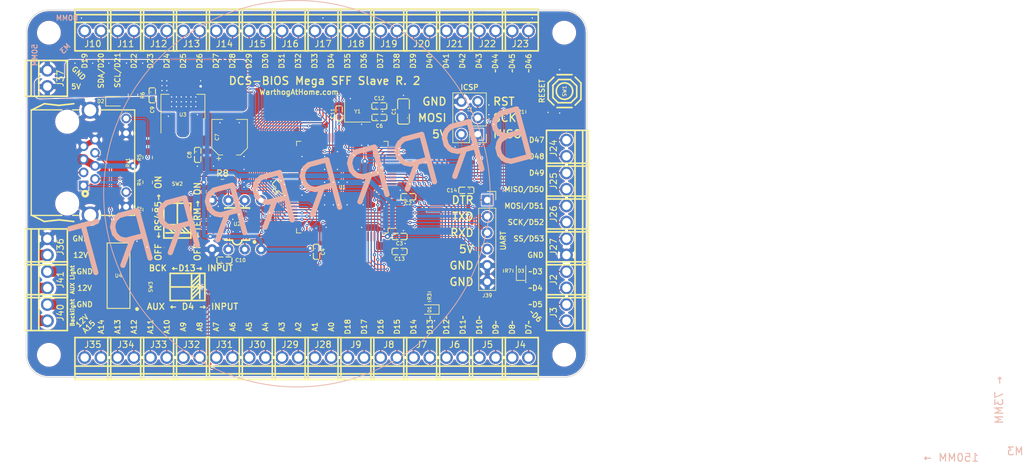
<source format=kicad_pcb>
(kicad_pcb (version 20211014) (generator pcbnew)
  (title_block (title "DCS-BIOS Mega SFF Slave") (date "2022-12-04") (rev "2") (company "Maciej Swic"))
  (layers (0 "F.Cu" signal) (31 "B.Cu" signal) (34 "B.Paste" user) (35 "F.Paste" user) (36 "B.SilkS" user "B.Silkscreen") (37 "F.SilkS" user "F.Silkscreen") (38 "B.Mask" user) (39 "F.Mask" user) (44 "Edge.Cuts" user))
  (net 0 "")
  (net 1 "+5V")
  (net 2 "GND")
  (net 3 "+12V")
  (net 4 "XTAL1")
  (net 5 "XTAL2")
  (net 6 "Net-(C13-Pad2)")
  (net 7 "RESET")
  (net 8 "FTDI_DTR")
  (net 9 "Net-(D1-Pad2)")
  (net 10 "Net-(D2-Pad2)")
  (net 11 "D3")
  (net 12 "D4")
  (net 13 "D5")
  (net 14 "D6")
  (net 15 "D7")
  (net 16 "D8")
  (net 17 "D9")
  (net 18 "D10")
  (net 19 "D11")
  (net 20 "D12")
  (net 21 "D13")
  (net 22 "D14")
  (net 23 "D15")
  (net 24 "D16")
  (net 25 "D17")
  (net 26 "D18")
  (net 27 "D19")
  (net 28 "D20")
  (net 29 "D21")
  (net 30 "D22")
  (net 31 "D23")
  (net 32 "D24")
  (net 33 "D25")
  (net 34 "D26")
  (net 35 "D27")
  (net 36 "D28")
  (net 37 "D29")
  (net 38 "D30")
  (net 39 "D31")
  (net 40 "D32")
  (net 41 "D33")
  (net 42 "D34")
  (net 43 "D35")
  (net 44 "D36")
  (net 45 "D37")
  (net 46 "D38")
  (net 47 "D39")
  (net 48 "D40")
  (net 49 "D41")
  (net 50 "D42")
  (net 51 "D43")
  (net 52 "D44")
  (net 53 "D45")
  (net 54 "D46")
  (net 55 "D47")
  (net 56 "D48")
  (net 57 "D49")
  (net 58 "D50")
  (net 59 "D51")
  (net 60 "D52")
  (net 61 "D53")
  (net 62 "A0")
  (net 63 "A1")
  (net 64 "A2")
  (net 65 "A3")
  (net 66 "A4")
  (net 67 "A5")
  (net 68 "A6")
  (net 69 "A7")
  (net 70 "A8")
  (net 71 "A9")
  (net 72 "A10")
  (net 73 "A11")
  (net 74 "A12")
  (net 75 "A13")
  (net 76 "A14")
  (net 77 "A15")
  (net 78 "TXD")
  (net 79 "RXD")
  (net 80 "BACKLIGHT_GND")
  (net 81 "AUX_GND")
  (net 82 "RS485+")
  (net 83 "Net-(R2-Pad2)")
  (net 84 "Net-(R4-Pad1)")
  (net 85 "Net-(R5-Pad1)")
  (net 86 "RS485-")
  (net 87 "Net-(R8-Pad1)")
  (net 88 "AUX_BASE")
  (net 89 "BACKLIGHT_BASE")
  (net 91 "D2")
  (net 110 "Net-(D3-Pad2)")
  (footprint "A10 KiCad Libraries:CONN-TH_XY308-2.54-2P" (layer "F.Cu") (at 127.5588 120.580087 180)
    (fp_text reference "J28")
    (fp_text value "Screw_Terminal_01x02")
  )
  (footprint "A10 KiCad Libraries:CONN-TH_XY308-2.54-2P" (layer "F.Cu") (at 96.9264 69.571615)
    (fp_text reference "J11")
    (fp_text value "Screw_Terminal_01x02")
  )
  (footprint "A10 KiCad Libraries:C0402" (layer "F.Cu") (at 126.550997 104.01975 -90)
    (fp_text reference "C4")
    (fp_text value "1uF")
  )
  (footprint "A10 KiCad Libraries:CONN-TH_XY308-2.54-2P" (layer "F.Cu") (at 165.5 108.3564 -90)
    (fp_text reference "J2")
    (fp_text value "Screw_Terminal_01x02")
  )
  (footprint "A10 KiCad Libraries:CONN-TH_XY308-2.54-2P" (layer "F.Cu") (at 117.348 69.571615)
    (fp_text reference "J15")
    (fp_text value "Screw_Terminal_01x02")
  )
  (footprint "A10 KiCad Libraries:SW-SMD_4P-L5.1-W5.1-P3.70-LS6.5-TL-2" (layer "F.Cu") (at 165.050997 79.068997 90)
    (fp_text reference "SW1")
    (fp_text value "SW_MEC_5E")
  )
  (footprint "Package_DIP:DIP-8_W7.62mm" (layer "F.Cu") (at 117.943905 96.020558 -90)
    (fp_text reference "U5" hide)
    (fp_text value "MAX487ESA+T" hide)
  )
  (footprint "Connector_PinHeader_2.54mm:PinHeader_2x03_P2.54mm_Vertical" (layer "F.Cu") (at 151.575997 85.749665 180)
    (fp_text reference "J1")
    (fp_text value "AVR-ISP-6")
  )
  (footprint "A10 KiCad Libraries:CONN-TH_XY308-2.54-2P" (layer "F.Cu") (at 153.0858 120.587965 180)
    (fp_text reference "J5")
    (fp_text value "Screw_Terminal_01x02")
  )
  (footprint "A10 KiCad Libraries:CONN-TH_XY308-2.54-2P" (layer "F.Cu") (at 84.6112 103.251 90)
    (fp_text reference "J36")
    (fp_text value "Screw_Terminal_01x02")
  )
  (footprint "A10 KiCad Libraries:SOP-16_L10.0-W3.9-P1.27-LS6.0-BL" (layer "F.Cu") (at 95.8126 107.724665 90)
    (fp_text reference "U4")
    (fp_text value "ULN2003A")
  )
  (footprint "A10 KiCad Libraries:CONN-TH_XY308-2.54-2P" (layer "F.Cu") (at 142.875 120.587965 180)
    (fp_text reference "J7")
    (fp_text value "Screw_Terminal_01x02")
  )
  (footprint "A10 KiCad Libraries:CONN-TH_XY308-2.54-2P" (layer "F.Cu") (at 147.9804 69.571615)
    (fp_text reference "J21")
    (fp_text value "Screw_Terminal_01x02")
  )
  (footprint "A10 KiCad Libraries:CONN-TH_XY308-2.54-2P" (layer "F.Cu") (at 127.5588 69.571615)
    (fp_text reference "J17")
    (fp_text value "Screw_Terminal_01x02")
  )
  (footprint "A10 KiCad Libraries:CONN-TH_XY308-2.54-2P" (layer "F.Cu") (at 137.7696 69.571615)
    (fp_text reference "J19")
    (fp_text value "Screw_Terminal_01x02")
  )
  (footprint "Resistor_SMD:R_0805_2012Metric" (layer "F.Cu") (at 158.300997 82.273912 90)
    (fp_text reference "R1")
    (fp_text value "10K")
  )
  (footprint "A10 KiCad Libraries:C0402" (layer "F.Cu") (at 136.309215 83.16197)
    (fp_text reference "C6")
    (fp_text value "1uF")
  )
  (footprint "A10 KiCad Libraries:CONN-TH_XY308-2.54-2P" (layer "F.Cu") (at 158.1912 120.587965 180)
    (fp_text reference "J4")
    (fp_text value "Screw_Terminal_01x02")
  )
  (footprint "A10 KiCad Libraries:C0402" (layer "F.Cu") (at 108.100997 88.974665 -90)
    (fp_text reference "C8")
    (fp_text value "10uF")
  )
  (footprint "A10 KiCad Libraries:SW-SMD_DSHP02TSGER" (layer "F.Cu") (at 106.515997 109.474665 90)
    (fp_text reference "SW3")
    (fp_text value "SW_DIP_x02")
  )
  (footprint "A10 KiCad Libraries:RJ45-TH_B-1-1" (layer "F.Cu") (at 90.286456 90.17 -90)
    (fp_text reference "RJ1")
    (fp_text value "RJ45-B-1*1")
  )
  (footprint "Connector_PinSocket_2.54mm:PinSocket_1x06_P2.54mm_Vertical" (layer "F.Cu") (at 153.050997 95.974665)
    (fp_text reference "J39")
    (fp_text value "Conn_01x06_Female")
  )
  (footprint "MountingHole:MountingHole_3.2mm_M3" (layer "F.Cu") (at 165 120)
    (fp_text reference "H4" hide)
    (fp_text value "MountingHole")
  )
  (footprint "A10 KiCad Libraries:C0402" (layer "F.Cu") (at 101.050997 79.724665 -90)
    (fp_text reference "C9")
    (fp_text value "1uF")
  )
  (footprint "A10 KiCad Libraries:C0402" (layer "F.Cu") (at 136.292649 81.378226)
    (fp_text reference "C12")
    (fp_text value "15pF")
  )
  (footprint "MountingHole:MountingHole_3.2mm_M3" (layer "F.Cu") (at 85 120)
    (fp_text reference "H3" hide)
    (fp_text value "MountingHole")
  )
  (footprint "A10 KiCad Libraries:CONN-TH_XY308-2.54-2P" (layer "F.Cu") (at 132.6642 120.587965 180)
    (fp_text reference "J9")
    (fp_text value "Screw_Terminal_01x02")
  )
  (footprint "A10 KiCad Libraries:CONN-TH_XY308-2.54-2P" (layer "F.Cu") (at 147.9804 120.587965 180)
    (fp_text reference "J6")
    (fp_text value "Screw_Terminal_01x02")
  )
  (footprint "A10 KiCad Libraries:CONN-TH_XY308-2.54-2P" (layer "F.Cu") (at 142.875 69.571615)
    (fp_text reference "J20")
    (fp_text value "Screw_Terminal_01x02")
  )
  (footprint "A10 KiCad Libraries:CONN-TH_XY308-2.54-2P" (layer "F.Cu") (at 91.821 69.571615)
    (fp_text reference "J10")
    (fp_text value "Screw_Terminal_01x02")
  )
  (footprint "A10 KiCad Libraries:CONN-TH_XY308-2.54-2P" (layer "F.Cu") (at 84.6112 113.4618 90)
    (fp_text reference "J40")
    (fp_text value "Screw_Terminal_01x02")
  )
  (footprint "Capacitor_SMD:CP_Elec_5x5.4" (layer "F.Cu") (at 113.050997 86.224665 90)
    (fp_text reference "C7")
    (fp_text value "47uF")
  )
  (footprint "A10 KiCad Libraries:CONN-TH_XY308-2.54-2P" (layer "F.Cu") (at 117.348 120.580087 180)
    (fp_text reference "J30")
    (fp_text value "Screw_Terminal_01x02")
  )
  (footprint "Resistor_SMD:R_0805_2012Metric" (layer "F.Cu") (at 156.300997 106.974665 90)
    (fp_text reference "R7")
    (fp_text value "1K")
  )
  (footprint "A10 KiCad Libraries:CONN-TH_XY308-2.54-2P" (layer "F.Cu") (at 84.6112 77.089 90)
    (fp_text reference "J37")
    (fp_text value "Screw_Terminal_01x02")
  )
  (footprint "A10 KiCad Libraries:SW-SMD_DSHP02TSGER" (layer "F.Cu") (at 104.943575 99.175315)
    (fp_text reference "SW2")
    (fp_text value "SW_DIP_x02")
  )
  (footprint "A10 KiCad Libraries:C0402" (layer "F.Cu") (at 139.440997 103.974645 180)
    (fp_text reference "C13")
    (fp_text value "100nF")
  )
  (footprint "Symbol:OSHW-Logo2_7.3x6mm_Copper" (layer "F.Cu") (at 142.300997 107.224665)
    (fp_text reference "REF**" hide)
    (fp_text value "OSHW-Logo2_7.3x6mm_Copper" hide)
  )
  (footprint "MountingHole:MountingHole_3.2mm_M3" (layer "F.Cu") (at 165 70)
    (fp_text reference "H2" hide)
    (fp_text value "MountingHole")
  )
  (footprint "A10 KiCad Libraries:CONN-TH_XY308-2.54-2P" (layer "F.Cu") (at 102.0318 120.580087 180)
    (fp_text reference "J33")
    (fp_text value "Screw_Terminal_01x02")
  )
  (footprint "A10 KiCad Libraries:CONN-TH_XY308-2.54-2P" (layer "F.Cu") (at 137.7696 120.587965 180)
    (fp_text reference "J8")
    (fp_text value "Screw_Terminal_01x02")
  )
  (footprint "A10 KiCad Libraries:SOIC-8_L5.0-W4.0-P1.27-LS6.0-BL" (layer "F.Cu") (at 114.225361 99.705645 90)
    (fp_text reference "U2")
    (fp_text value "MAX487ESA+T")
  )
  (footprint "A10 KiCad Libraries:CONN-TH_XY308-2.54-2P" (layer "F.Cu") (at 165.5 93.0402 -90)
    (fp_text reference "J25")
    (fp_text value "Screw_Terminal_01x02")
  )
  (footprint "Resistor_SMD:R_0805_2012Metric" (layer "F.Cu") (at 100.33 97.474665 90)
    (fp_text reference "R2")
    (fp_text value "120R")
  )
  (footprint "MountingHole:MountingHole_3.2mm_M3" (layer "F.Cu") (at 85 70)
    (fp_text reference "H1" hide)
    (fp_text value "MountingHole")
  )
  (footprint "Package_TO_SOT_SMD:SOT-223-3_TabPin2" (layer "F.Cu") (at 105.800997 81.474665 90)
    (fp_text reference "U3")
    (fp_text value "AMS1117-5.0")
  )
  (footprint "A10 KiCad Libraries:CONN-TH_XY308-2.54-2P" (layer "F.Cu") (at 102.0318 69.571615)
    (fp_text reference "J12")
    (fp_text value "Screw_Terminal_01x02")
  )
  (footprint "A10 KiCad Libraries:C0402" (layer "F.Cu") (at 140.800997 95.474665)
    (fp_text reference "C2")
    (fp_text value "1uF")
  )
  (footprint "A10 KiCad Libraries:C0402" (layer "F.Cu") (at 149.800997 94.474665 180)
    (fp_text reference "C14")
    (fp_text value "100nF")
  )
  (footprint "LED_SMD:LED_0603_1608Metric" (layer "F.Cu") (at 95.300997 80.645)
    (fp_text reference "D2")
    (fp_text value "LED")
  )
  (footprint "A10 KiCad Libraries:CONN-TH_XY308-2.54-2P" (layer "F.Cu") (at 165.5 113.4618 -90)
    (fp_text reference "J3")
    (fp_text value "Screw_Terminal_01x02")
  )
  (footprint "Package_QFP:TQFP-100_14x14mm_P0.5mm" (layer "F.Cu") (at 130.550997 93.974665 180)
    (fp_text reference "U1")
    (fp_text value "ATmega2560-16A")
  )
  (footprint "A10 KiCad Libraries:CONN-TH_XY308-2.54-2P" (layer "F.Cu") (at 112.2426 69.571615)
    (fp_text reference "J14")
    (fp_text value "Screw_Terminal_01x02")
  )
  (footprint "A10 KiCad Libraries:C0805" (layer "F.Cu") (at 140.050997 82.228226 90)
    (fp_text reference "C1")
    (fp_text value "4.7uF")
  )
  (footprint "Resistor_SMD:R_0805_2012Metric" (layer "F.Cu") (at 144.09165 110.974665 180)
    (fp_text reference "R3")
    (fp_text value "1K")
  )
  (footprint "A10 KiCad Libraries:C0402" (layer "F.Cu") (at 120.800997 93.974665 -45)
    (fp_text reference "C5")
    (fp_text value "1uF")
  )
  (footprint "A10 KiCad Libraries:CONN-TH_XY308-2.54-2P" (layer "F.Cu") (at 107.1372 120.580087 180)
    (fp_text reference "J32")
    (fp_text value "Screw_Terminal_01x02")
  )
  (footprint "A10 KiCad Libraries:CONN-TH_XY308-2.54-2P" (layer "F.Cu") (at 132.6642 69.571615)
    (fp_text reference "J18")
    (fp_text value "Screw_Terminal_01x02")
  )
  (footprint "Resistor_SMD:R_0805_2012Metric" (layer "F.Cu") (at 100.33 93.224665 90)
    (fp_text reference "R4")
    (fp_text value "1.8K")
  )
  (footprint "A10 KiCad Libraries:CONN-TH_XY308-2.54-2P" (layer "F.Cu") (at 158.1912 69.571615)
    (fp_text reference "J23")
    (fp_text value "Screw_Terminal_01x02")
  )
  (footprint "LED_SMD:LED_0603_1608Metric" (layer "F.Cu") (at 144.09165 112.974665 180)
    (fp_text reference "D1")
    (fp_text value "LED")
  )
  (footprint "A10 KiCad Libraries:CONN-TH_XY308-2.54-2P" (layer "F.Cu") (at 112.2426 120.580087 180)
    (fp_text reference "J31")
    (fp_text value "Screw_Terminal_01x02")
  )
  (footprint "A10 KiCad Libraries:CONN-TH_XY308-2.54-2P" (layer "F.Cu") (at 165.5 103.251 -90)
    (fp_text reference "J27")
    (fp_text value "Screw_Terminal_01x02")
  )
  (footprint "A10 KiCad Libraries:CONN-TH_XY308-2.54-2P" (layer "F.Cu") (at 107.1372 69.571615)
    (fp_text reference "J13")
    (fp_text value "Screw_Terminal_01x02")
  )
  (footprint "A10 KiCad Libraries:CONN-TH_XY308-2.54-2P" (layer "F.Cu") (at 122.4534 69.571615)
    (fp_text reference "J16")
    (fp_text value "Screw_Terminal_01x02")
  )
  (footprint "Resistor_SMD:R_0805_2012Metric" (layer "F.Cu") (at 111.949003 93.5)
    (fp_text reference "R8")
    (fp_text value "1K")
  )
  (footprint "A10 KiCad Libraries:C0402" (layer "F.Cu") (at 139.440997 101.637165)
    (fp_text reference "C3")
    (fp_text value "1uF")
  )
  (footprint "A10 KiCad Libraries:CONN-TH_XY308-2.54-2P" (layer "F.Cu") (at 153.0858 69.571615)
    (fp_text reference "J22")
    (fp_text value "Screw_Terminal_01x02")
  )
  (footprint "A10 KiCad Libraries:C0402" (layer "F.Cu") (at 112.25 105.318997)
    (fp_text reference "C10")
    (fp_text value "1uF")
  )
  (footprint "A10 KiCad Libraries:CONN-TH_XY308-2.54-2P" (layer "F.Cu") (at 165.5 87.9348 -90)
    (fp_text reference "J24")
    (fp_text value "Screw_Terminal_01x02")
  )
  (footprint "A10 KiCad Libraries:CONN-TH_XY308-2.54-2P" (layer "F.Cu") (at 122.4534 120.580086 180)
    (fp_text reference "J29")
    (fp_text value "Screw_Terminal_01x02")
  )
  (footprint "A10 KiCad Libraries:CONN-TH_XY308-2.54-2P" (layer "F.Cu") (at 165.5 98.1456 -90)
    (fp_text reference "J26")
    (fp_text value "Screw_Terminal_01x02")
  )
  (footprint "A10 KiCad Libraries:C0402" (layer "F.Cu") (at 130.050997 82.533085 -90)
    (fp_text reference "C11")
    (fp_text value "15pF")
  )
  (footprint "Crystal:Crystal_SMD_3225-4Pin_3.2x2.5mm" (layer "F.Cu") (at 132.913197 82.228226)
    (fp_text reference "Y1")
    (fp_text value "Crystal_GND24")
  )
  (footprint "A10 KiCad Libraries:CONN-TH_XY308-2.54-2P" (layer "F.Cu") (at 84.6112 108.3564 90)
    (fp_text reference "J41")
    (fp_text value "Screw_Terminal_01x02")
  )
  (footprint "A10 KiCad Libraries:CONN-TH_XY308-2.54-2P" (layer "F.Cu") (at 91.821 120.580087 180)
    (fp_text reference "J35")
    (fp_text value "Screw_Terminal_01x02")
  )
  (footprint "A10 KiCad Libraries:CONN-TH_XY308-2.54-2P" (layer "F.Cu") (at 96.9264 120.580087 180)
    (fp_text reference "J34")
    (fp_text value "Screw_Terminal_01x02")
  )
  (footprint "Resistor_SMD:R_0805_2012Metric" (layer "F.Cu") (at 100.33 89.380333 -90)
    (fp_text reference "R5")
    (fp_text value "1.8K")
  )
  (footprint "Resistor_SMD:R_0805_2012Metric" (layer "F.Cu") (at 98.050997 79.724665 -90)
    (fp_text reference "R6")
    (fp_text value "1K")
  )
  (footprint "LED_SMD:LED_0603_1608Metric" (layer "F.Cu") (at 158.300997 106.974665 90)
    (fp_text reference "D3")
    (fp_text value "LED")
  )
  (gr_circle (center 123.5 95) (end 153.5 95) (layer "B.SilkS") (width 0.127) (fill none))
  (gr_arc (start 85 123.5) (mid 82.515949 122.490838) (end 81.474883 120.020001) (layer "Edge.Cuts") (width 0.1016))
  (gr_line (start 85 123.5) (end 165 123.5) (layer "Edge.Cuts") (width 0.1016))
  (gr_line (start 81.5 70) (end 81.474883 120.020001) (layer "Edge.Cuts") (width 0.1016))
  (gr_line (start 84.979999 66.474883) (end 165 66.5) (layer "Edge.Cuts") (width 0.1016))
  (gr_line (start 168.525117 119.974883) (end 168.525117 69.979999) (layer "Edge.Cuts") (width 0.1016))
  (gr_arc (start 165 66.5) (mid 167.484035 67.509169) (end 168.525117 69.979999) (layer "Edge.Cuts") (width 0.1016))
  (gr_arc (start 168.525117 119.974883) (mid 167.48673 122.461614) (end 165 123.5) (layer "Edge.Cuts") (width 0.1016))
  (gr_arc (start 81.5 70) (mid 82.509168 67.51596) (end 84.979999 66.474883) (layer "Edge.Cuts") (width 0.1016))
  (gr_text "BRRRRRRRRT" (at 124.5 95 15) (layer "B.SilkS") (effects (font (size 7.62 7.62) (thickness 0.8128)) (justify mirror)))
  (gr_text "← 73MM" (at 232.52 126.974915 90) (layer "B.SilkS") (effects (font (size 1.2192 1.2192) (thickness 0.1524)) (justify mirror)))
  (gr_text "50MM" (at 82.800997 73.474665 90) (layer "B.SilkS") (effects (font (size 0.8128 0.8128) (thickness 0.1524)) (justify mirror)))
  (gr_text "M3" (at 235.02 134.974915) (layer "B.SilkS") (effects (font (size 1.2192 1.2192) (thickness 0.1524)) (justify mirror)))
  (gr_text "80MM" (at 87.800997 67.724665) (layer "B.SilkS") (effects (font (size 0.8128 0.8128) (thickness 0.1524)) (justify mirror)))
  (gr_text "150MM →" (at 225.02 135.974915) (layer "B.SilkS") (effects (font (size 1.2192 1.2192) (thickness 0.1524)) (justify mirror)))
  (gr_text "M3" (at 87.550997 72.474665 45) (layer "B.SilkS") (effects (font (size 0.8128 0.8128) (thickness 0.1524)) (justify mirror)))
  (gr_text "WarthogAtHome.com" (at 130.050997 79.224665) (layer "F.SilkS") (effects (font (size 0.8128 0.8128) (thickness 0.1524)) (justify right)))
  (gr_text "OFF ←TERM→ ON" (at 108.050997 99.314 90) (layer "F.SilkS") (effects (font (size 0.9652 0.9652) (thickness 0.1778))))
  (gr_text "AUX ← D4 → INPUT" (at 107.300997 112.522) (layer "F.SilkS") (effects (font (size 0.9652 0.9652) (thickness 0.1778))))
  (gr_text "BCK ←D13→ INPUT" (at 107.050997 106.553) (layer "F.SilkS") (effects (font (size 0.9144 0.9144) (thickness 0.1778))))
  (gr_text "OFF ←RS485→ ON" (at 101.981 98.806 90) (layer "F.SilkS") (effects (font (size 0.9652 0.9652) (thickness 0.1778))))
  (gr_text "${TITLE} R. ${REVISION}" (at 127.800997 77.474665) (layer "F.SilkS") (effects (font (size 1.2192 1.2192) (thickness 0.2032))))
  (segment (start 158.297688 83.183103) (end 158.300997 83.186412) (width 0.1778) (layer "F.Cu") (net 1))
  (segment (start 126.550997 101.637165) (end 126.550997 103.474665) (width 0.3048) (layer "F.Cu") (net 1))
  (segment (start 153.842559 83.183103) (end 158.297688 83.183103) (width 0.1778) (layer "F.Cu") (net 1))
  (segment (start 140.255912 96.01975) (end 139.800997 96.474665) (width 0.1778) (layer "F.Cu") (net 1))
  (segment (start 108.555235 78.325237) (end 105.801569 78.325237) (width 0.8128) (layer "F.Cu") (net 1))
  (segment (start 138.213497 95.474665) (end 140.255912 95.474665) (width 0.1778) (layer "F.Cu") (net 1))
  (segment (start 153.842559 83.183103) (end 153.300997 83.724665) (width 0.1778) (layer "F.Cu") (net 1))
  (segment (start 135.76413 83.16197) (end 135.76413 84.187798) (width 0.1778) (layer "F.Cu") (net 1))
  (segment (start 104.550997 93.224665) (end 104.300997 93.474665) (width 0.1524) (layer "F.Cu") (net 1))
  (segment (start 135.76413 84.187798) (end 135.800997 84.224665) (width 0.1778) (layer "F.Cu") (net 1))
  (segment (start 140.255912 95.474665) (end 140.255912 96.01975) (width 0.1778) (layer "F.Cu") (net 1))
  (segment (start 104.300997 93.474665) (end 104.308574 93.482242) (width 0.1524) (layer "F.Cu") (net 1))
  (segment (start 135.800997 84.224665) (end 134.550997 84.224665) (width 0.1778) (layer "F.Cu") (net 1))
  (segment (start 137.574333 101.637165) (end 138.895912 101.637165) (width 0.1778) (layer "F.Cu") (net 1))
  (segment (start 134.050997 84.724665) (end 134.050997 86.312165) (width 0.1778) (layer "F.Cu") (net 1))
  (segment (start 137.561254 101.650244) (end 137.574333 101.637165) (width 0.1778) (layer "F.Cu") (net 1))
  (segment (start 104.308574 93.482242) (end 104.308574 95.365307) (width 0.1524) (layer "F.Cu") (net 1))
  (segment (start 105.801569 78.325237) (end 105.800997 78.324665) (width 0.8128) (layer "F.Cu") (net 1))
  (segment (start 111.704915 105.318997) (end 111.704915 101.795308) (width 0.4064) (layer "F.Cu") (net 1))
  (segment (start 139.800997 84.224665) (end 135.800997 84.224665) (width 0.1778) (layer "F.Cu") (net 1))
  (segment (start 121.030131 92.974665) (end 122.888497 92.974665) (width 0.3048) (layer "F.Cu") (net 1))
  (segment (start 110.050997 101.625907) (end 110.066255 101.610649) (width 0.4064) (layer "F.Cu") (net 1))
  (segment (start 120.415564 93.589232) (end 121.030131 92.974665) (width 0.3048) (layer "F.Cu") (net 1))
  (segment (start 109.050997 93.224665) (end 104.550997 93.224665) (width 0.1524) (layer "F.Cu") (net 1))
  (segment (start 125.550997 103.474665) (end 126.550997 103.474665) (width 0.6096) (layer "F.Cu") (net 1))
  (segment (start 134.550997 84.224665) (end 134.050997 84.724665) (width 0.1778) (layer "F.Cu") (net 1))
  (segment (start 140.050997 83.974665) (end 139.800997 84.224665) (width 0.1778) (layer "F.Cu") (net 1))
  (segment (start 111.704915 101.795308) (end 111.520256 101.610649) (width 0.4064) (layer "F.Cu") (net 1))
  (segment (start 134.050997 86.312165) (end 134.050997 89.974665) (width 0.1778) (layer "F.Cu") (net 1))
  (segment (start 140.050997 83.258198) (end 140.050997 83.974665) (width 0.1778) (layer "F.Cu") (net 1))
  (segment (start 137.561254 101.650244) (end 137.548175 101.637165) (width 0.1778) (layer "F.Cu") (net 1))
  (segment (start 137.548175 101.637165) (end 136.550997 101.637165) (width 0.1778) (layer "F.Cu") (net 1))
  (segment (start 110.066255 101.610649) (end 111.520256 101.610649) (width 0.4064) (layer "F.Cu") (net 1))
  (via (at 102.550997 77.474665) (size 0.46) (drill 0.2) (layers "F.Cu" "B.Cu") (net 1))
  (via (at 103.300997 77.474665) (size 0.46) (drill 0.2) (layers "F.Cu" "B.Cu") (net 1))
  (via (at 104.800997 81.474665) (size 0.46) (drill 0.2) (layers "F.Cu" "B.Cu") (net 1))
  (via (at 104.050997 79.974665) (size 0.46) (drill 0.2) (layers "F.Cu" "B.Cu") (net 1))
  (via (at 153.300997 83.724665) (size 0.46) (drill 0.2) (layers "F.Cu" "B.Cu") (net 1))
  (via (at 97.050997 74.724665) (size 0.46) (drill 0.2) (layers "F.Cu" "B.Cu") (net 1))
  (via (at 99.550997 74.724665) (size 0.46) (drill 0.2) (layers "F.Cu" "B.Cu") (net 1))
  (via (at 103.300997 78.974665) (size 0.46) (drill 0.2) (layers "F.Cu" "B.Cu") (net 1))
  (via (at 91.800997 74.724665) (size 0.46) (drill 0.2) (layers "F.Cu" "B.Cu") (net 1))
  (via (at 104.800997 79.974665) (size 0.46) (drill 0.2) (layers "F.Cu" "B.Cu") (net 1))
  (via (at 107.800997 79.974665) (size 0.46) (drill 0.2) (layers "F.Cu" "B.Cu") (net 1))
  (via (at 107.050997 80.724665) (size 0.46) (drill 0.2) (layers "F.Cu" "B.Cu") (net 1))
  (via (at 107.800997 81.474665) (size 0.46) (drill 0.2) (layers "F.Cu" "B.Cu") (net 1))
  (via (at 125.550997 103.474665) (size 0.8128) (drill 0.4064) (layers "F.Cu" "B.Cu") (net 1))
  (via (at 105.550997 80.724665) (size 0.46) (drill 0.2) (layers "F.Cu" "B.Cu") (net 1))
  (via (at 110.050997 101.625907) (size 0.8128) (drill 0.4064) (layers "F.Cu" "B.Cu") (net 1))
  (via (at 107.050997 81.474665) (size 0.46) (drill 0.2) (layers "F.Cu" "B.Cu") (net 1))
  (via (at 104.050997 80.724665) (size 0.46) (drill 0.2) (layers "F.Cu" "B.Cu") (net 1))
  (via (at 105.550997 79.974665) (size 0.46) (drill 0.2) (layers "F.Cu" "B.Cu") (net 1))
  (via (at 105.550997 81.474665) (size 0.46) (drill 0.2) (layers "F.Cu" "B.Cu") (net 1))
  (via (at 107.050997 79.974665) (size 0.46) (drill 0.2) (layers "F.Cu" "B.Cu") (net 1))
  (via (at 94.300997 74.724665) (size 0.46) (drill 0.2) (layers "F.Cu" "B.Cu") (net 1))
  (via (at 102.550997 78.224665) (size 0.46) (drill 0.2) (layers "F.Cu" "B.Cu") (net 1))
  (via (at 102.550997 78.974665) (size 0.46) (drill 0.2) (layers "F.Cu" "B.Cu") (net 1))
  (via (at 137.561254 101.650244) (size 0.8128) (drill 0.4064) (layers "F.Cu" "B.Cu") (net 1))
  (via (at 104.050997 81.474665) (size 0.46) (drill 0.2) (layers "F.Cu" "B.Cu") (net 1))
  (via (at 106.300997 79.974665) (size 0.46) (drill 0.2) (layers "F.Cu" "B.Cu") (net 1))
  (via (at 103.300997 78.224665) (size 0.46) (drill 0.2) (layers "F.Cu" "B.Cu") (net 1))
  (via (at 104.800997 80.724665) (size 0.46) (drill 0.2) (layers "F.Cu" "B.Cu") (net 1))
  (via (at 139.800997 96.474665) (size 0.508) (drill 0.2032) (layers "F.Cu" "B.Cu") (net 1))
  (via (at 108.555235 78.325237) (size 0.8128) (drill 0.4064) (layers "F.Cu" "B.Cu") (net 1))
  (via (at 134.050997 89.974665) (size 0.8128) (drill 0.4064) (layers "F.Cu" "B.Cu") (net 1))
  (via (at 106.300997 81.474665) (size 0.46) (drill 0.2) (layers "F.Cu" "B.Cu") (net 1))
  (via (at 89.050997 74.724665) (size 0.46) (drill 0.2) (layers "F.Cu" "B.Cu") (net 1))
  (via (at 121.030131 92.974665) (size 0.46) (drill 0.2) (layers "F.Cu" "B.Cu") (net 1))
  (via (at 108.550997 77.474665) (size 0.46) (drill 0.2) (layers "F.Cu" "B.Cu") (net 1))
  (via (at 109.050997 93.224665) (size 0.8128) (drill 0.4064) (layers "F.Cu" "B.Cu") (net 1))
  (via (at 106.300997 80.724665) (size 0.46) (drill 0.2) (layers "F.Cu" "B.Cu") (net 1))
  (via (at 107.800997 80.724665) (size 0.46) (drill 0.2) (layers "F.Cu" "B.Cu") (net 1))
  (segment (start 152.785997 87.489665) (end 149.035997 87.489665) (width 0.1778) (layer "B.Cu") (net 1))
  (segment (start 125.385104 103.640558) (end 125.550997 103.474665) (width 0.6096) (layer "B.Cu") (net 1))
  (segment (start 134.050997 89.974665) (end 134.050997 92.224665) (width 0.8128) (layer "B.Cu") (net 1))
  (segment (start 121.030131 92.974665) (end 121.030131 92.245531) (width 0.3048) (layer "B.Cu") (net 1))
  (segment (start 149.186804 101.634804) (end 151.146665 103.594665) (width 0.1778) (layer "B.Cu") (net 1))
  (segment (start 110.050997 101.625907) (end 109.202239 101.625907) (width 0.6096) (layer "B.Cu") (net 1))
  (segment (start 117.943905 103.640558) (end 125.385104 103.640558) (width 0.6096) (layer "B.Cu") (net 1))
  (segment (start 134.050997 92.224665) (end 121.050997 92.224665) (width 0.8128) (layer "B.Cu") (net 1))
  (segment (start 109.050997 101.474665) (end 109.202239 101.625907) (width 0.3048) (layer "B.Cu") (net 1))
  (segment (start 117.943905 102.367573) (end 117.943905 103.640558) (width 0.6096) (layer "B.Cu") (net 1))
  (segment (start 148.550997 89.974665) (end 149.035997 89.489665) (width 0.3048) (layer "B.Cu") (net 1))
  (segment (start 138.300997 100.910501) (end 138.300997 96.974665) (width 0.8128) (layer "B.Cu") (net 1))
  (segment (start 109.550997 79.320999) (end 109.550997 91.724665) (width 0.8128) (layer "B.Cu") (net 1))
  (segment (start 114.300997 92.224665) (end 113.800997 91.724665) (width 0.6096) (layer "B.Cu") (net 1))
  (segment (start 137.561254 101.650244) (end 138.300997 100.910501) (width 0.8128) (layer "B.Cu") (net 1))
  (segment (start 153.300997 86.974665) (end 152.785997 87.489665) (width 0.1778) (layer "B.Cu") (net 1))
  (segment (start 137.561254 101.650244) (end 137.576694 101.634804) (width 0.1778) (layer "B.Cu") (net 1))
  (segment (start 134.050997 92.224665) (end 138.550997 96.724665) (width 0.8128) (layer "B.Cu") (net 1))
  (segment (start 134.050997 89.974665) (end 148.550997 89.974665) (width 0.3048) (layer "B.Cu") (net 1))
  (segment (start 109.550997 91.724665) (end 109.050997 92.224665) (width 0.6096) (layer "B.Cu") (net 1))
  (segment (start 138.300997 96.974665) (end 138.800997 96.474665) (width 0.8128) (layer "B.Cu") (net 1))
  (segment (start 113.800997 91.724665) (end 109.550997 91.724665) (width 0.6096) (layer "B.Cu") (net 1))
  (segment (start 110.050997 101.625907) (end 117.202239 101.625907) (width 0.6096) (layer "B.Cu") (net 1))
  (segment (start 151.146665 103.594665) (end 153.050997 103.594665) (width 0.1778) (layer "B.Cu") (net 1))
  (segment (start 109.050997 92.224665) (end 109.050997 101.474665) (width 0.6096) (layer "B.Cu") (net 1))
  (segment (start 121.030131 92.245531) (end 121.050997 92.224665) (width 0.3048) (layer "B.Cu") (net 1))
  (segment (start 138.800997 96.474665) (end 139.800997 96.474665) (width 0.8128) (layer "B.Cu") (net 1))
  (segment (start 121.050997 92.224665) (end 114.300997 92.224665) (width 0.8128) (layer "B.Cu") (net 1))
  (segment (start 117.202239 101.625907) (end 117.943905 102.367573) (width 0.6096) (layer "B.Cu") (net 1))
  (segment (start 153.300997 83.724665) (end 153.300997 86.974665) (width 0.1778) (layer "B.Cu") (net 1))
  (segment (start 149.035997 87.489665) (end 149.035997 85.749665) (width 0.3048) (layer "B.Cu") (net 1))
  (segment (start 149.035997 89.489665) (end 149.035997 87.489665) (width 0.3048) (layer "B.Cu") (net 1))
  (segment (start 137.576694 101.634804) (end 149.186804 101.634804) (width 0.1778) (layer "B.Cu") (net 1))
  (segment (start 108.555235 78.325237) (end 109.550997 79.320999) (width 0.8128) (layer "B.Cu") (net 1))
  (segment (start 90.382976 87.629995) (end 92.16352 86.613993) (width 0.8128) (layer "F.Cu") (net 2))
  (via (at 137.050997 100.474665) (size 0.46) (drill 0.2) (layers "F.Cu" "B.Cu") (net 2))
  (via (at 121.620864 95.281415) (size 0.46) (drill 0.2) (layers "F.Cu" "B.Cu") (net 2))
  (via (at 133.550997 87.474665) (size 0.46) (drill 0.2) (layers "F.Cu" "B.Cu") (net 2))
  (via (at 121.598333 93.546538) (size 0.46) (drill 0.2) (layers "F.Cu" "B.Cu") (net 2))
  (via (at 135.050997 91.724665) (size 0.46) (drill 0.2) (layers "F.Cu" "B.Cu") (net 2))
  (via (at 129.9718 93.224665) (size 0.46) (drill 0.2) (layers "F.Cu" "B.Cu") (net 2))
  (via (at 139.550997 94.474665) (size 0.46) (drill 0.2) (layers "F.Cu" "B.Cu") (net 2))
  (via (at 140.050997 100.724665) (size 0.46) (drill 0.2) (layers "F.Cu" "B.Cu") (net 2))
  (via (at 144.867816 114.719551) (size 0.46) (drill 0.2) (layers "F.Cu" "B.Cu") (net 2))
  (via (at 136.800997 82.224665) (size 0.46) (drill 0.2) (layers "F.Cu" "B.Cu") (net 2))
  (via (at 164.300997 82.474665) (size 0.46) (drill 0.2) (layers "F.Cu" "B.Cu") (net 2))
  (via (at 127.800997 93.224665) (size 0.46) (drill 0.2) (layers "F.Cu" "B.Cu") (net 2))
  (via (at 133.800997 96.724665) (size 0.46) (drill 0.2) (layers "F.Cu" "B.Cu") (net 2))
  (via (at 160.050997 67.724665) (size 0.46) (drill 0.2) (layers "F.Cu" "B.Cu") (net 2))
  (via (at 129.159 96.724665) (size 0.46) (drill 0.2) (layers "F.Cu" "B.Cu") (net 2))
  (via (at 115.300997 91.224665) (size 0.46) (drill 0.2) (layers "F.Cu" "B.Cu") (net 2))
  (via (at 115.300997 93.224665) (size 0.46) (drill 0.2) (layers "F.Cu" "B.Cu") (net 2))
  (via (at 129.800997 88.474665) (size 0.46) (drill 0.2) (layers "F.Cu" "B.Cu") (net 2))
  (via (at 110.550997 90.724665) (size 0.46) (drill 0.2) (layers "F.Cu" "B.Cu") (net 2))
  (via (at 124.300997 93.224665) (size 0.46) (drill 0.2) (layers "F.Cu" "B.Cu") (net 2))
  (via (at 137.050997 96.974665) (size 0.46) (drill 0.2) (layers "F.Cu" "B.Cu") (net 2))
  (via (at 133.050997 91.224665) (size 0.46) (drill 0.2) (layers "F.Cu" "B.Cu") (net 2))
  (via (at 107.550997 97.474665) (size 0.46) (drill 0.2) (layers "F.Cu" "B.Cu") (net 2))
  (via (at 115.300997 93.974665) (size 0.46) (drill 0.2) (layers "F.Cu" "B.Cu") (net 2))
  (via (at 115.300997 89.224665) (size 0.46) (drill 0.2) (layers "F.Cu" "B.Cu") (net 2))
  (via (at 133.800997 93.224665) (size 0.46) (drill 0.2) (layers "F.Cu" "B.Cu") (net 2))
  (via (at 114.550997 98.224665) (size 0.46) (drill 0.2) (layers "F.Cu" "B.Cu") (net 2))
  (via (at 127.550997 67.724665) (size 0.46) (drill 0.2) (layers "F.Cu" "B.Cu") (net 2))
  (via (at 113.550997 98.974665) (size 0.46) (drill 0.2) (layers "F.Cu" "B.Cu") (net 2))
  (via (at 125.557236 104.569663) (size 0.46) (drill 0.2) (layers "F.Cu" "B.Cu") (net 2))
  (via (at 128.050997 100.224665) (size 0.46) (drill 0.2) (layers "F.Cu" "B.Cu") (net 2))
  (via (at 153.300997 82.724665) (size 0.46) (drill 0.2) (layers "F.Cu" "B.Cu") (net 2))
  (via (at 131.800997 80.224665) (size 0.46) (drill 0.2) (layers "F.Cu" "B.Cu") (net 2))
  (via (at 129.159 93.224665) (size 0.46) (drill 0.2) (layers "F.Cu" "B.Cu") (net 2))
  (via (at 140.050997 79.724665) (size 0.46) (drill 0.2) (layers "F.Cu" "B.Cu") (net 2))
  (via (at 127.800997 89.224665) (size 0.46) (drill 0.2) (layers "F.Cu" "B.Cu") (net 2))
  (via (at 131.300997 96.724665) (size 0.46) (drill 0.2) (layers "F.Cu" "B.Cu") (net 2))
  (via (at 133.550997 100.224665) (size 0.46) (drill 0.2) (layers "F.Cu" "B.Cu") (net 2))
  (via (at 119.480431 93.107186) (size 0.46) (drill 0.2) (layers "F.Cu" "B.Cu") (net 2))
  (via (at 134.550997 87.474665) (size 0.46) (drill 0.2) (layers "F.Cu" "B.Cu") (net 2))
  (via (at 90.050997 67.724665) (size 0.46) (drill 0.2) (layers "F.Cu" "B.Cu") (net 2))
  (via (at 164.300997 75.724665) (size 0.46) (drill 0.2) (layers "F.Cu" "B.Cu") (net 2))
  (via (at 127.800997 96.724665) (size 0.46) (drill 0.2) (layers "F.Cu" "B.Cu") (net 2))
  (via (at 129.800997 91.224665) (size 0.46) (drill 0.2) (layers "F.Cu" "B.Cu") (net 2))
  (via (at 133.550997 84.224665) (size 0.46) (drill 0.2) (layers "F.Cu" "B.Cu") (net 2))
  (via (at 141.632717 96.222197) (size 0.46) (drill 0.2) (layers "F.Cu" "B.Cu") (net 2))
  (via (at 108.050997 90.724665) (size 0.46) (drill 0.2) (layers "F.Cu" "B.Cu") (net 2))
  (via (at 131.300997 89.224665) (size 0.46) (drill 0.2) (layers "F.Cu" "B.Cu") (net 2))
  (via (at 98.680171 102.386211) (size 0.46) (drill 0.2) (layers "F.Cu" "B.Cu") (net 2))
  (via (at 124.300997 91.224665) (size 0.46) (drill 0.2) (layers "F.Cu" "B.Cu") (net 2))
  (via (at 140.300997 102.724665) (size 0.46) (drill 0.2) (layers "F.Cu" "B.Cu") (net 2))
  (via (at 159.050997 108.724665) (size 0.46) (drill 0.2) (layers "F.Cu" "B.Cu") (net 2))
  (via (at 108.050997 82.724665) (size 0.46) (drill 0.2) (layers "F.Cu" "B.Cu") (net 2))
  (via (at 111.550997 83.974665) (size 0.46) (drill 0.2) (layers "F.Cu" "B.Cu") (net 2))
  (via (at 124.300997 95.224665) (size 0.46) (drill 0.2) (layers "F.Cu" "B.Cu") (net 2))
  (via (at 153.300997 81.224665) (size 0.46) (drill 0.2) (layers "F.Cu" "B.Cu") (net 2))
  (via (at 127.800997 95.224665) (size 0.46) (drill 0.2) (layers "F.Cu" "B.Cu") (net 2))
  (via (at 113.586769 100.879325) (size 0.46) (drill 0.2) (layers "F.Cu" "B.Cu") (net 2))
  (via (at 110.050997 98.474665) (size 0.46) (drill 0.2) (layers "F.Cu" "B.Cu") (net 2))
  (via (at 114.550997 83.974665) (size 0.46) (drill 0.2) (layers "F.Cu" "B.Cu") (net 2))
  (via (at 114.675611 100.888876) (size 0.46) (drill 0.2) (layers "F.Cu" "B.Cu") (net 2))
  (via (at 131.300997 93.224665) (size 0.46) (drill 0.2) (layers "F.Cu" "B.Cu") (net 2))
  (via (at 148.050997 87.724665) (size 0.46) (drill 0.2) (layers "F.Cu" "B.Cu") (net 2))
  (via (at 100.235058 103.272983) (size 0.46) (drill 0.2) (layers "F.Cu" "B.Cu") (net 2))
  (via (at 103.550997 82.974665) (size 0.46) (drill 0.2) (layers "F.Cu" "B.Cu") (net 2))
  (via (at 111.300997 96.974665) (size 0.46) (drill 0.2) (layers "F.Cu" "B.Cu") (net 2))
  (via (at 129.9718 96.724665) (size 0.46) (drill 0.2) (layers "F.Cu" "B.Cu") (net 2))
  (via (at 126.485935 100.359672) (size 0.46) (drill 0.2) (layers "F.Cu" "B.Cu") (net 2))
  (via (at 154.050997 84.224665) (size 0.46) (drill 0.2) (layers "F.Cu" "B.Cu") (net 2))
  (via (at 127.800997 91.224665) (size 0.46) (drill 0.2) (layers "F.Cu" "B.Cu") (net 2))
  (via (at 124.300997 89.224665) (size 0.46) (drill 0.2) (layers "F.Cu" "B.Cu") (net 2))
  (segment (start 82.502746 90.022916) (end 82.495461 104.530201) (width 1.6256) (layer "F.Cu") (net 3))
  (segment (start 84.761187 104.521003) (end 82.504659 104.521003) (width 1.6256) (layer "F.Cu") (net 3))
  (segment (start 98.550997 90.224665) (end 98.097661 90.678001) (width 0.8128) (layer "F.Cu") (net 3))
  (segment (start 82.586639 109.626403) (end 82.492949 109.532713) (width 1.6256) (layer "F.Cu") (net 3))
  (segment (start 84.761187 109.626403) (end 82.586639 109.626403) (width 1.6256) (layer "F.Cu") (net 3))
  (segment (start 98.097661 90.678001) (end 98.09433 90.678001) (width 0.8128) (layer "F.Cu") (net 3))
  (segment (start 98.09433 90.678001) (end 98.085452 90.686879) (width 0.8128) (layer "F.Cu") (net 3))
  (segment (start 108.100997 87.024665) (end 108.100997 88.413503) (width 0.8128) (layer "F.Cu") (net 3))
  (segment (start 82.495461 104.530201) (end 82.492949 109.532713) (width 1.6256) (layer "F.Cu") (net 3))
  (segment (start 108.100997 84.624665) (end 108.100997 87.024665) (width 0.8128) (layer "F.Cu") (net 3))
  (segment (start 82.863663 89.661999) (end 82.502746 90.022916) (width 1.6256) (layer "F.Cu") (net 3))
  (segment (start 113.039835 88.413503) (end 108.100997 88.413503) (width 0.8128) (layer "F.Cu") (net 3))
  (segment (start 92.16352 90.678001) (end 90.382976 89.661999) (width 1.2192) (layer "F.Cu") (net 3))
  (segment (start 83.497887 114.731803) (end 84.761187 114.731803) (width 1.6256) (layer "F.Cu") (net 3))
  (segment (start 90.382976 89.661999) (end 82.863663 89.661999) (width 1.6256) (layer "F.Cu") (net 3))
  (segment (start 98.550997 87.392751) (end 98.550997 90.224665) (width 0.8128) (layer "F.Cu") (net 3))
  (segment (start 82.492949 109.532713) (end 82.490844 113.72476) (width 1.6256) (layer "F.Cu") (net 3))
  (segment (start 108.100997 87.024665) (end 98.919083 87.024665) (width 0.8128) (layer "F.Cu") (net 3))
  (segment (start 113.050997 88.424665) (end 113.039835 88.413503) (width 0.8128) (layer "F.Cu") (net 3))
  (segment (start 98.919083 87.024665) (end 98.550997 87.392751) (width 0.8128) (layer "F.Cu") (net 3))
  (segment (start 82.504659 104.521003) (end 82.495461 104.530201) (width 1.6256) (layer "F.Cu") (net 3))
  (segment (start 82.490844 113.72476) (end 83.497887 114.731803) (width 1.6256) (layer "F.Cu") (net 3))
  (via (at 98.085452 90.686879) (size 1.2192) (drill 0.6096) (layers "F.Cu" "B.Cu") (net 3))
  (segment (start 92.172398 90.686879) (end 92.16352 90.678001) (width 0.8128) (layer "B.Cu") (net 3))
  (segment (start 98.085452 90.686879) (end 92.172398 90.686879) (width 0.8128) (layer "B.Cu") (net 3))
  (segment (start 132.250997 84.574665) (end 131.503397 84.574665) (width 0.1778) (layer "F.Cu") (net 4))
  (segment (start 130.050997 83.07817) (end 131.813141 83.07817) (width 0.1778) (layer "F.Cu") (net 4))
  (segment (start 132.550997 83.816026) (end 131.813197 83.078226) (width 0.1778) (layer "F.Cu") (net 4))
  (segment (start 132.550997 85.474665) (end 132.550997 86.312165) (width 0.1778) (layer "F.Cu") (net 4))
  (segment (start 131.503397 85.174665) (end 132.250997 85.174665) (width 0.1778) (layer "F.Cu") (net 4))
  (segment (start 131.813141 83.07817) (end 131.813197 83.078226) (width 0.1778) (layer "F.Cu") (net 4))
  (segment (start 132.550997 84.224665) (end 132.550997 83.816026) (width 0.1778) (layer "F.Cu") (net 4))
  (arc (start 131.203397 84.874665) (mid 131.291265 85.086797) (end 131.503397 85.174665) (width 0.1778) (layer "F.Cu") (net 4))
  (arc (start 132.550997 84.274665) (mid 132.463129 84.486797) (end 132.250997 84.574665) (width 0.1778) (layer "F.Cu") (net 4))
  (arc (start 132.250997 85.174665) (mid 132.463129 85.262533) (end 132.550997 85.474665) (width 0.1778) (layer "F.Cu") (net 4))
  (arc (start 131.503397 84.574665) (mid 131.291265 84.662533) (end 131.203397 84.874665) (width 0.1778) (layer "F.Cu") (net 4))
  (segment (start 133.050997 81.724665) (end 133.397436 81.378226) (width 0.1778) (layer "F.Cu") (net 5))
  (segment (start 134.013197 81.378226) (end 135.747564 81.378226) (width 0.1778) (layer "F.Cu") (net 5))
  (segment (start 133.050997 86.312165) (end 133.050997 81.724665) (width 0.1778) (layer "F.Cu") (net 5))
  (segment (start 133.397436 81.378226) (end 134.013197 81.378226) (width 0.1778) (layer "F.Cu") (net 5))
  (segment (start 135.550997 103.724665) (end 135.800997 103.974665) (width 0.1778) (layer "F.Cu") (net 6))
  (segment (start 135.550997 101.637165) (end 135.550997 103.724665) (width 0.1778) (layer "F.Cu") (net 6))
  (segment (start 135.801017 103.974645) (end 138.895912 103.974645) (width 0.1778) (layer "F.Cu") (net 6))
  (segment (start 135.800997 103.974665) (end 135.801017 103.974645) (width 0.1778) (layer "F.Cu") (net 6))
  (segment (start 166.901391 80.325059) (end 166.901391 82.368972) (width 0.1778) (layer "F.Cu") (net 7))
  (segment (start 155.550997 94.219465) (end 155.295797 94.474665) (width 0.1778) (layer "F.Cu") (net 7))
  (segment (start 148.050997 81.974665) (end 151.550997 81.974665) (width 0.1778) (layer "F.Cu") (net 7))
  (segment (start 158.300997 80.724665) (end 158.700603 80.325059) (width 0.1778) (layer "F.Cu") (net 7))
  (segment (start 155.295797 94.474665) (end 150.346082 94.474665) (width 0.1778) (layer "F.Cu") (net 7))
  (segment (start 158.300997 81.361412) (end 158.300997 80.724665) (width 0.1778) (layer "F.Cu") (net 7))
  (segment (start 155.550997 81.974665) (end 151.550997 81.974665) (width 0.1778) (layer "F.Cu") (net 7))
  (segment (start 156.550997 81.974665) (end 157.16425 81.361412) (width 0.1778) (layer "F.Cu") (net 7))
  (segment (start 147.550997 82.474665) (end 148.050997 81.974665) (width 0.1778) (layer "F.Cu") (net 7))
  (segment (start 147.550997 84.224665) (end 147.550997 82.474665) (width 0.1778) (layer "F.Cu") (net 7))
  (segment (start 151.575997 81.949665) (end 151.550997 81.974665) (width 0.1778) (layer "F.Cu") (net 7))
  (segment (start 155.550997 81.974665) (end 156.550997 81.974665) (width 0.1778) (layer "F.Cu") (net 7))
  (segment (start 158.700603 80.325059) (end 166.901391 80.325059) (width 0.1778) (layer "F.Cu") (net 7))
  (segment (start 134.550997 86.312165) (end 134.550997 84.974665) (width 0.1778) (layer "F.Cu") (net 7))
  (segment (start 157.16425 81.361412) (end 158.300997 81.361412) (width 0.1778) (layer "F.Cu") (net 7))
  (segment (start 134.800997 84.724665) (end 147.050997 84.724665) (width 0.1778) (layer "F.Cu") (net 7))
  (segment (start 147.050997 84.724665) (end 147.550997 84.224665) (width 0.1778) (layer "F.Cu") (net 7))
  (segment (start 151.575997 80.669665) (end 151.575997 81.949665) (width 0.1778) (layer "F.Cu") (net 7))
  (segment (start 166.901391 75.769022) (end 166.901391 80.325059) (width 0.1778) (layer "F.Cu") (net 7))
  (segment (start 134.550997 84.974665) (end 134.800997 84.724665) (width 0.1778) (layer "F.Cu") (net 7))
  (via (at 155.550997 94.219465) (size 0.508) (drill 0.2032) (layers "F.Cu" "B.Cu") (net 7))
  (via (at 155.550997 81.974665) (size 0.46) (drill 0.2) (layers "F.Cu" "B.Cu") (net 7))
  (segment (start 155.550997 94.219465) (end 155.550997 81.974665) (width 0.1778) (layer "B.Cu") (net 7))
  (segment (start 150.300997 95.974665) (end 153.050997 95.974665) (width 0.1524) (layer "F.Cu") (net 8))
  (segment (start 149.255912 94.474665) (end 149.255912 94.92958) (width 0.1524) (layer "F.Cu") (net 8))
  (segment (start 149.255912 94.92958) (end 150.300997 95.974665) (width 0.1524) (layer "F.Cu") (net 8))
  (segment (start 143.30415 112.099665) (end 143.30415 112.974665) (width 0.1778) (layer "F.Cu") (net 9))
  (segment (start 143.17915 110.974665) (end 143.17915 111.974665) (width 0.1778) (layer "F.Cu") (net 9))
  (segment (start 143.17915 111.974665) (end 143.30415 112.099665) (width 0.1778) (layer "F.Cu") (net 9))
  (segment (start 98.043162 80.645) (end 98.050997 80.637165) (width 0.1778) (layer "F.Cu") (net 10))
  (segment (start 96.088497 80.645) (end 98.043162 80.645) (width 0.1778) (layer "F.Cu") (net 10))
  (segment (start 151.175997 106.974665) (end 151.175997 97.349665) (width 0.1778) (layer "F.Cu") (net 11))
  (segment (start 156.300997 107.474665) (end 156.692297 107.083365) (width 0.1778) (layer "F.Cu") (net 11))
  (segment (start 165.346981 107.083365) (end 165.350013 107.086397) (width 0.1778) (layer "F.Cu") (net 11))
  (segment (start 156.300997 107.887165) (end 156.300997 107.474665) (width 0.1778) (layer "F.Cu") (net 11))
  (segment (start 151.675997 107.474665) (end 155.888497 107.474665) (width 0.1778) (layer "F.Cu") (net 11))
  (segment (start 141.800997 96.974665) (end 138.213497 96.974665) (width 0.1778) (layer "F.Cu") (net 11))
  (segment (start 151.675997 107.474665) (end 151.175997 106.974665) (width 0.1778) (layer "F.Cu") (net 11))
  (segment (start 151.175997 97.349665) (end 150.800997 96.974665) (width 0.1778) (layer "F.Cu") (net 11))
  (segment (start 156.692297 107.083365) (end 165.346981 107.083365) (width 0.1778) (layer "F.Cu") (net 11))
  (segment (start 155.888497 107.474665) (end 156.300997 107.887165) (width 0.1778) (layer "F.Cu") (net 11))
  (via (at 141.800997 96.974665) (size 0.508) (drill 0.2032) (layers "F.Cu" "B.Cu") (net 11))
  (via (at 150.800997 96.974665) (size 0.508) (drill 0.2032) (layers "F.Cu" "B.Cu") (net 11))
  (segment (start 150.800997 96.974665) (end 141.800997 96.974665) (width 0.1778) (layer "B.Cu") (net 11))
  (segment (start 141.800997 99.974665) (end 138.213497 99.974665) (width 0.1778) (layer "F.Cu") (net 12))
  (segment (start 150.681197 100.224665) (end 150.675997 100.229865) (width 0.1778) (layer "F.Cu") (net 12))
  (segment (start 151.175997 109.974665) (end 165.001751 109.974665) (width 0.1778) (layer "F.Cu") (net 12))
  (segment (start 150.675997 109.474665) (end 151.175997 109.974665) (width 0.1778) (layer "F.Cu") (net 12))
  (segment (start 127.550997 99.474665) (end 136.050997 99.474665) (width 0.1778) (layer "F.Cu") (net 12))
  (segment (start 111.800997 109.974665) (end 111.665996 110.109666) (width 0.1778) (layer "F.Cu") (net 12))
  (segment (start 111.665996 110.109666) (end 110.326005 110.109666) (width 0.1778) (layer "F.Cu") (net 12))
  (segment (start 127.050997 105.724665) (end 122.800997 109.974665) (width 0.1778) (layer "F.Cu") (net 12))
  (segment (start 150.675997 100.229865) (end 150.675997 109.474665) (width 0.1778) (layer "F.Cu") (net 12))
  (segment (start 165.001751 109.974665) (end 165.350013 109.626403) (width 0.1778) (layer "F.Cu") (net 12))
  (segment (start 122.800997 109.974665) (end 111.800997 109.974665) (width 0.1778) (layer "F.Cu") (net 12))
  (segment (start 136.550997 99.974665) (end 138.213497 99.974665) (width 0.1778) (layer "F.Cu") (net 12))
  (segment (start 136.050997 99.474665) (end 136.550997 99.974665) (width 0.1778) (layer "F.Cu") (net 12))
  (via (at 141.800997 99.974665) (size 0.508) (drill 0.2032) (layers "F.Cu" "B.Cu") (net 12))
  (via (at 127.550997 99.474665) (size 0.508) (drill 0.2032) (layers "F.Cu" "B.Cu") (net 12))
  (via (at 127.050997 105.724665) (size 0.508) (drill 0.2032) (layers "F.Cu" "B.Cu") (net 12))
  (via (at 150.681197 100.224665) (size 0.508) (drill 0.2032) (layers "F.Cu" "B.Cu") (net 12))
  (segment (start 127.550997 99.474665) (end 127.050997 99.974665) (width 0.1778) (layer "B.Cu") (net 12))
  (segment (start 150.431197 99.974665) (end 141.800997 99.974665) (width 0.1778) (layer "B.Cu") (net 12))
  (segment (start 150.681197 100.224665) (end 150.431197 99.974665) (width 0.1778) (layer "B.Cu") (net 12))
  (segment (start 127.050997 99.974665) (end 127.050997 105.724665) (width 0.1778) (layer "B.Cu") (net 12))
  (segment (start 160.800997 110.474665) (end 161.550997 111.224665) (width 0.1778) (layer "F.Cu") (net 13))
  (segment (start 150.175997 98.224665) (end 150.175997 109.724665) (width 0.1778) (layer "F.Cu") (net 13))
  (segment (start 161.550997 111.724665) (end 162.018129 112.191797) (width 0.1778) (layer "F.Cu") (net 13))
  (segment (start 150.925997 110.474665) (end 160.800997 110.474665) (width 0.1778) (layer "F.Cu") (net 13))
  (segment (start 141.800997 97.974665) (end 138.213497 97.974665) (width 0.1778) (layer "F.Cu") (net 13))
  (segment (start 162.018129 112.191797) (end 165.350013 112.191797) (width 0.1778) (layer "F.Cu") (net 13))
  (segment (start 161.550997 111.224665) (end 161.550997 111.724665) (width 0.1778) (layer "F.Cu") (net 13))
  (segment (start 150.175997 109.724665) (end 150.925997 110.474665) (width 0.1778) (layer "F.Cu") (net 13))
  (via (at 150.175997 98.224665) (size 0.508) (drill 0.2032) (layers "F.Cu" "B.Cu") (net 13))
  (via (at 141.800997 97.974665) (size 0.508) (drill 0.2032) (layers "F.Cu" "B.Cu") (net 13))
  (segment (start 150.175997 98.224665) (end 149.925997 97.974665) (width 0.1778) (layer "B.Cu") (net 13))
  (segment (start 149.925997 97.974665) (end 141.800997 97.974665) (width 0.1778) (layer "B.Cu") (net 13))
  (segment (start 161.808135 114.731803) (end 161.050997 113.974665) (width 0.1778) (layer "F.Cu") (net 14))
  (segment (start 149.550997 109.974665) (end 149.550997 96.224665) (width 0.1778) (layer "F.Cu") (net 14))
  (segment (start 145.550997 94.224665) (end 144.300997 92.974665) (width 0.1778) (layer "F.Cu") (net 14))
  (segment (start 149.550997 96.224665) (end 147.550997 94.224665) (width 0.1778) (layer "F.Cu") (net 14))
  (segment (start 147.550997 94.224665) (end 145.550997 94.224665) (width 0.1778) (layer "F.Cu") (net 14))
  (segment (start 161.050997 113.974665) (end 161.050997 111.474665) (width 0.1778) (layer "F.Cu") (net 14))
  (segment (start 161.050997 111.474665) (end 160.550997 110.974665) (width 0.1778) (layer "F.Cu") (net 14))
  (segment (start 150.550997 110.974665) (end 149.550997 109.974665) (width 0.1778) (layer "F.Cu") (net 14))
  (segment (start 165.350013 114.731803) (end 161.808135 114.731803) (width 0.1778) (layer "F.Cu") (net 14))
  (segment (start 160.550997 110.974665) (end 150.550997 110.974665) (width 0.1778) (layer "F.Cu") (net 14))
  (segment (start 144.300997 92.974665) (end 138.213497 92.974665) (width 0.1778) (layer "F.Cu") (net 14))
  (segment (start 144.050997 93.474665) (end 145.300997 94.724665) (width 0.1778) (layer "F.Cu") (net 15))
  (segment (start 145.300997 94.724665) (end 147.300997 94.724665) (width 0.1778) (layer "F.Cu") (net 15))
  (segment (start 149.050997 110.224665) (end 150.300997 111.474665) (width 0.1778) (layer "F.Cu") (net 15))
  (segment (start 149.050997 96.474665) (end 149.050997 110.224665) (width 0.1778) (layer "F.Cu") (net 15))
  (segment (start 143.550997 92.474665) (end 138.213497 92.474665) (width 0.1778) (layer "F.Cu") (net 15))
  (segment (start 147.300997 94.724665) (end 149.050997 96.474665) (width 0.1778) (layer "F.Cu") (net 15))
  (segment (start 150.300997 111.474665) (end 159.050997 111.474665) (width 0.1778) (layer "F.Cu") (net 15))
  (segment (start 159.050997 111.474665) (end 159.461203 111.884871) (width 0.1778) (layer "F.Cu") (net 15))
  (segment (start 159.461203 111.884871) (end 159.461203 120.437978) (width 0.1778) (layer "F.Cu") (net 15))
  (via (at 143.550997 92.474665) (size 0.508) (drill 0.2032) (layers "F.Cu" "B.Cu") (net 15))
  (via (at 144.050997 93.474665) (size 0.508) (drill 0.2032) (layers "F.Cu" "B.Cu") (net 15))
  (segment (start 144.050997 93.474665) (end 143.550997 92.974665) (width 0.1778) (layer "B.Cu") (net 15))
  (segment (start 143.550997 92.974665) (end 143.550997 92.474665) (width 0.1778) (layer "B.Cu") (net 15))
  (segment (start 145.050997 95.224665) (end 147.050997 95.224665) (width 0.1778) (layer "F.Cu") (net 16))
  (segment (start 142.800997 91.974665) (end 138.213497 91.974665) (width 0.1778) (layer "F.Cu") (net 16))
  (segment (start 143.300997 93.474665) (end 145.050997 95.224665) (width 0.1778) (layer "F.Cu") (net 16))
  (segment (start 147.050997 95.224665) (end 148.550997 96.724665) (width 0.1778) (layer "F.Cu") (net 16))
  (segment (start 148.550997 110.474665) (end 150.050997 111.974665) (width 0.1778) (layer "F.Cu") (net 16))
  (segment (start 150.050997 111.974665) (end 156.550997 111.974665) (width 0.1778) (layer "F.Cu") (net 16))
  (segment (start 148.550997 96.724665) (end 148.550997 110.474665) (width 0.1778) (layer "F.Cu") (net 16))
  (segment (start 156.921197 112.344865) (end 156.921197 120.437978) (width 0.1778) (layer "F.Cu") (net 16))
  (segment (start 156.550997 111.974665) (end 156.921197 112.344865) (width 0.1778) (layer "F.Cu") (net 16))
  (via (at 142.800997 91.974665) (size 0.508) (drill 0.2032) (layers "F.Cu" "B.Cu") (net 16))
  (via (at 143.300997 93.474665) (size 0.508) (drill 0.2032) (layers "F.Cu" "B.Cu") (net 16))
  (segment (start 143.300997 93.474665) (end 143.050997 93.224665) (width 0.1778) (layer "B.Cu") (net 16))
  (segment (start 143.050997 92.224665) (end 142.800997 91.974665) (width 0.1778) (layer "B.Cu") (net 16))
  (segment (start 143.050997 93.224665) (end 143.050997 92.224665) (width 0.1778) (layer "B.Cu") (net 16))
  (segment (start 154.050997 112.474665) (end 154.355803 112.779471) (width 0.1778) (layer "F.Cu") (net 17))
  (segment (start 142.550997 93.474665) (end 144.800997 95.724665) (width 0.1778) (layer "F.Cu") (net 17))
  (segment (start 146.800997 95.724665) (end 148.050997 96.974665) (width 0.1778) (layer "F.Cu") (net 17))
  (segment (start 144.800997 95.724665) (end 146.800997 95.724665) (width 0.1778) (layer "F.Cu") (net 17))
  (segment (start 154.355803 112.779471) (end 154.355803 120.437978) (width 0.1778) (layer "F.Cu") (net 17))
  (segment (start 148.050997 110.724665) (end 149.800997 112.474665) (width 0.1778) (layer "F.Cu") (net 17))
  (segment (start 148.050997 96.974665) (end 148.050997 110.724665) (width 0.1778) (layer "F.Cu") (net 17))
  (segment (start 142.050997 91.474665) (end 138.213497 91.474665) (width 0.1778) (layer "F.Cu") (net 17))
  (segment (start 149.800997 112.474665) (end 154.050997 112.474665) (width 0.1778) (layer "F.Cu") (net 17))
  (via (at 142.050997 91.474665) (size 0.508) (drill 0.2032) (layers "F.Cu" "B.Cu") (net 17))
  (via (at 142.550997 93.474665) (size 0.508) (drill 0.2032) (layers "F.Cu" "B.Cu") (net 17))
  (segment (start 142.305697 91.729365) (end 142.050997 91.474665) (width 0.1778) (layer "B.Cu") (net 17))
  (segment (start 142.550997 93.474665) (end 142.305697 93.229365) (width 0.1778) (layer "B.Cu") (net 17))
  (segment (start 142.305697 93.229365) (end 142.305697 91.729365) (width 0.1778) (layer "B.Cu") (net 17))
  (segment (start 137.300997 88.974665) (end 138.213497 88.974665) (width 0.1778) (layer "F.Cu") (net 18))
  (segment (start 146.550997 96.224665) (end 147.550997 97.224665) (width 0.1778) (layer "F.Cu") (net 18))
  (segment (start 137.050997 89.224665) (end 137.300997 88.974665) (width 0.1778) (layer "F.Cu") (net 18))
  (segment (start 151.550997 112.974665) (end 151.815797 113.239465) (width 0.1778) (layer "F.Cu") (net 18))
  (segment (start 149.550997 112.974665) (end 151.550997 112.974665) (width 0.1778) (layer "F.Cu") (net 18))
  (segment (start 141.800997 93.474665) (end 144.550997 96.224665) (width 0.1778) (layer "F.Cu") (net 18))
  (segment (start 137.050997 91.724665) (end 137.050997 89.224665) (width 0.1778) (layer "F.Cu") (net 18))
  (segment (start 151.815797 113.239465) (end 151.815797 120.437978) (width 0.1778) (layer "F.Cu") (net 18))
  (segment (start 147.550997 97.224665) (end 147.550997 110.974665) (width 0.1778) (layer "F.Cu") (net 18))
  (segment (start 144.550997 96.224665) (end 146.550997 96.224665) (width 0.1778) (layer "F.Cu") (net 18))
  (segment (start 147.550997 110.974665) (end 149.550997 112.974665) (width 0.1778) (layer "F.Cu") (net 18))
  (via (at 141.800997 93.474665) (size 0.508) (drill 0.2032) (layers "F.Cu" "B.Cu") (net 18))
  (via (at 137.050997 91.724665) (size 0.508) (drill 0.2032) (layers "F.Cu" "B.Cu") (net 18))
  (segment (start 137.300997 91.974665) (end 140.300997 91.974665) (width 0.1778) (layer "B.Cu") (net 18))
  (segment (start 137.050997 91.724665) (end 137.300997 91.974665) (width 0.1778) (layer "B.Cu") (net 18))
  (segment (start 140.300997 91.974665) (end 141.800997 93.474665) (width 0.1778) (layer "B.Cu") (net 18))
  (segment (start 149.250403 113.424071) (end 149.250403 120.437978) (width 0.1778) (layer "F.Cu") (net 19))
  (segment (start 141.045797 93.469465) (end 144.300997 96.724665) (width 0.1778) (layer "F.Cu") (net 19))
  (segment (start 141.011296 93.469465) (end 141.045797 93.469465) (width 0.1778) (layer "F.Cu") (net 19))
  (segment (start 147.050997 97.474665) (end 147.050997 111.224665) (width 0.1778) (layer "F.Cu") (net 19))
  (segment (start 138.213497 88.474665) (end 137.050997 88.474665) (width 0.1778) (layer "F.Cu") (net 19))
  (segment (start 146.300997 96.724665) (end 147.050997 97.474665) (width 0.1778) (layer "F.Cu") (net 19))
  (segment (start 136.550997 88.974665) (end 136.550997 90.974665) (width 0.1778) (layer "F.Cu") (net 19))
  (segment (start 144.300997 96.724665) (end 146.300997 96.724665) (width 0.1778) (layer "F.Cu") (net 19))
  (segment (start 147.050997 111.224665) (end 149.250403 113.424071) (width 0.1778) (layer "F.Cu") (net 19))
  (segment (start 137.050997 88.474665) (end 136.550997 88.974665) (width 0.1778) (layer "F.Cu") (net 19))
  (via (at 136.550997 90.974665) (size 0.508) (drill 0.2032) (layers "F.Cu" "B.Cu") (net 19))
  (via (at 141.011296 93.469465) (size 0.508) (drill 0.2032) (layers "F.Cu" "B.Cu") (net 19))
  (segment (start 140.016496 92.474665) (end 137.050997 92.474665) (width 0.1778) (layer "B.Cu") (net 19))
  (segment (start 136.550997 91.974665) (end 136.550997 90.974665) (width 0.1778) (layer "B.Cu") (net 19))
  (segment (start 141.011296 93.469465) (end 140.016496 92.474665) (width 0.1778) (layer "B.Cu") (net 19))
  (segment (start 137.050997 92.474665) (end 136.550997 91.974665) (width 0.1778) (layer "B.Cu") (net 19))
  (segment (start 136.050997 88.724665) (end 136.050997 91.724665) (width 0.1778) (layer "F.Cu") (net 20))
  (segment (start 143.300997 96.474665) (end 144.050997 97.224665) (width 0.1778) (layer "F.Cu") (net 20))
  (segment (start 146.550997 111.384065) (end 146.710397 111.543465) (width 0.1778) (layer "F.Cu") (net 20))
  (segment (start 138.213497 87.974665) (end 136.800997 87.974665) (width 0.1778) (layer "F.Cu") (net 20))
  (segment (start 146.050997 97.224665) (end 146.550997 97.724665) (width 0.1778) (layer "F.Cu") (net 20))
  (segment (start 144.050997 97.224665) (end 146.050997 97.224665) (width 0.1778) (layer "F.Cu") (net 20))
  (segment (start 146.550997 97.724665) (end 146.550997 111.384065) (width 0.1778) (layer "F.Cu") (net 20))
  (segment (start 136.800997 87.974665) (end 136.050997 88.724665) (width 0.1778) (layer "F.Cu") (net 20))
  (segment (start 146.710397 111.543465) (end 146.710397 120.437978) (width 0.1778) (layer "F.Cu") (net 20))
  (via (at 143.300997 96.474665) (size 0.508) (drill 0.2032) (layers "F.Cu" "B.Cu") (net 20))
  (via (at 136.050997 91.724665) (size 0.508) (drill 0.2032) (layers "F.Cu" "B.Cu") (net 20))
  (segment (start 136.050997 92.224665) (end 136.050997 91.724665) (width 0.1778) (layer "B.Cu") (net 20))
  (segment (start 139.800997 92.974665) (end 136.800997 92.974665) (width 0.1778) (layer "B.Cu") (net 20))
  (segment (start 136.800997 92.974665) (end 136.050997 92.224665) (width 0.1778) (layer "B.Cu") (net 20))
  (segment (start 143.300997 96.474665) (end 139.800997 92.974665) (width 0.1778) (layer "B.Cu") (net 20))
  (segment (start 109.435998 108.839664) (end 110.326005 108.839664) (width 0.1778) (layer "F.Cu") (net 21))
  (segment (start 108.800997 109.474665) (end 109.435998 108.839664) (width 0.1778) (layer "F.Cu") (net 21))
  (segment (start 143.800997 97.724665) (end 145.800997 97.724665) (width 0.1778) (layer "F.Cu") (net 21))
  (segment (start 142.550997 96.474665) (end 143.800997 97.724665) (width 0.1778) (layer "F.Cu") (net 21))
  (segment (start 146.050997 110.974665) (end 146.050997 116.724665) (width 0.1778) (layer "F.Cu") (net 21))
  (segment (start 144.145003 120.437978) (end 144.145003 121.880659) (width 0.1778) (layer "F.Cu") (net 21))
  (segment (start 146.050997 97.974665) (end 146.050997 110.974665) (width 0.1778) (layer "F.Cu") (net 21))
  (segment (start 144.145003 117.380659) (end 144.145003 120.437978) (width 0.1778) (layer "F.Cu") (net 21))
  (segment (start 145.800997 116.974665) (end 144.550997 116.974665) (width 0.1778) (layer "F.Cu") (net 21))
  (segment (start 135.550997 88.474665) (end 135.550997 90.974665) (width 0.1778) (layer "F.Cu") (net 21))
  (segment (start 146.050997 116.724665) (end 145.800997 116.974665) (width 0.1778) (layer "F.Cu") (net 21))
  (segment (start 136.550997 87.474665) (end 135.550997 88.474665) (width 0.1778) (layer "F.Cu") (net 21))
  (segment (start 145.800997 97.724665) (end 146.050997 97.974665) (width 0.1778) (layer "F.Cu") (net 21))
  (segment (start 136.550997 86.312165) (end 136.550997 87.474665) (width 0.1778) (layer "F.Cu") (net 21))
  (segment (start 144.550997 116.974665) (end 144.145003 117.380659) (width 0.1778) (layer "F.Cu") (net 21))
  (segment (start 144.145003 121.880659) (end 143.550997 122.474665) (width 0.1778) (layer "F.Cu") (net 21))
  (segment (start 110.800997 122.474665) (end 110.300997 121.974665) (width 0.1778) (layer "F.Cu") (net 21))
  (segment (start 143.550997 122.474665) (end 110.800997 122.474665) (width 0.1778) (layer "F.Cu") (net 21))
  (segment (start 145.00415 110.974665) (end 146.050997 110.974665) (width 0.1778) (layer "F.Cu") (net 21))
  (via (at 142.550997 96.474665) (size 0.508) (drill 0.2032) (layers "F.Cu" "B.Cu") (net 21))
  (via (at 108.800997 109.474665) (size 0.508) (drill 0.2032) (layers "F.Cu" "B.Cu") (net 21))
  (via (at 110.300997 121.974665) (size 0.508) (drill 0.2032) (layers "F.Cu" "B.Cu") (net 21))
  (via (at 135.550997 90.974665) (size 0.508) (drill 0.2032) (layers "F.Cu" "B.Cu") (net 21))
  (segment (start 109.731297 110.404965) (end 109.731297 121.404965) (width 0.1778) (layer "B.Cu") (net 21))
  (segment (start 135.550997 92.474665) (end 135.550997 90.974665) (width 0.1778) (layer "B.Cu") (net 21))
  (segment (start 109.731297 121.404965) (end 110.300997 121.974665) (width 0.1778) (layer "B.Cu") (net 21))
  (segment (start 139.550997 93.474665) (end 136.550997 93.474665) (width 0.1778) (layer "B.Cu") (net 21))
  (segment (start 136.550997 93.474665) (end 135.550997 92.474665) (width 0.1778) (layer "B.Cu") (net 21))
  (segment (start 142.550997 96.474665) (end 139.550997 93.474665) (width 0.1778) (layer "B.Cu") (net 21))
  (segment (start 108.800997 109.474665) (end 109.731297 110.404965) (width 0.1778) (layer "B.Cu") (net 21))
  (segment (start 141.604997 120.437978) (end 141.604997 114.028665) (width 0.1778) (layer "F.Cu") (net 22))
  (segment (start 125.050997 94.474665) (end 122.888497 94.474665) (width 0.1778) (layer "F.Cu") (net 22))
  (segment (start 137.550997 109.974665) (end 137.550997 106.724665) (width 0.1778) (layer "F.Cu") (net 22))
  (segment (start 141.604997 114.028665) (end 137.550997 109.974665) (width 0.1778) (layer "F.Cu") (net 22))
  (via (at 125.050997 94.474665) (size 0.508) (drill 0.2032) (layers "F.Cu" "B.Cu") (net 22))
  (via (at 137.550997 106.724665) (size 0.508) (drill 0.2032) (layers "F.Cu" "B.Cu") (net 22))
  (segment (start 125.050997 94.474665) (end 134.300997 94.474665) (width 0.1778) (layer "B.Cu") (net 22))
  (segment (start 137.550997 106.724665) (end 135.800997 106.724665) (width 0.1778) (layer "B.Cu") (net 22))
  (segment (start 134.550997 94.724665) (end 134.300997 94.474665) (width 0.1778) (layer "B.Cu") (net 22))
  (segment (start 134.550997 105.474665) (end 134.550997 94.724665) (width 0.1778) (layer "B.Cu") (net 22))
  (segment (start 135.800997 106.724665) (end 134.550997 105.474665) (width 0.1778) (layer "B.Cu") (net 22))
  (segment (start 139.039603 112.213271) (end 137.050997 110.224665) (width 0.1778) (layer "F.Cu") (net 23))
  (segment (start 124.300997 93.974665) (end 122.888497 93.974665) (width 0.1778) (layer "F.Cu") (net 23))
  (segment (start 139.039603 120.437978) (end 139.039603 112.213271) (width 0.1778) (layer "F.Cu") (net 23))
  (segment (start 137.050997 110.224665) (end 137.050997 105.974665) (width 0.1778) (layer "F.Cu") (net 23))
  (via (at 137.050997 105.974665) (size 0.508) (drill 0.2032) (layers "F.Cu" "B.Cu") (net 23))
  (via (at 124.300997 93.974665) (size 0.508) (drill 0.2032) (layers "F.Cu" "B.Cu") (net 23))
  (segment (start 135.050997 105.224665) (end 135.050997 94.474665) (width 0.1778) (layer "B.Cu") (net 23))
  (segment (start 134.550997 93.974665) (end 124.300997 93.974665) (width 0.1778) (layer "B.Cu") (net 23))
  (segment (start 137.050997 105.974665) (end 135.800997 105.974665) (width 0.1778) (layer "B.Cu") (net 23))
  (segment (start 135.050997 94.474665) (end 134.550997 93.974665) (width 0.1778) (layer "B.Cu") (net 23))
  (segment (start 135.800997 105.974665) (end 135.050997 105.224665) (width 0.1778) (layer "B.Cu") (net 23))
  (segment (start 136.300997 93.974665) (end 138.213497 93.974665) (width 0.1778) (layer "F.Cu") (net 24))
  (segment (start 136.550997 116.974665) (end 136.499597 117.026065) (width 0.1778) (layer "F.Cu") (net 24))
  (segment (start 135.550997 95.974665) (end 135.550997 94.724665) (width 0.1778) (layer "F.Cu") (net 24))
  (segment (start 136.499597 117.026065) (end 136.499597 120.437978) (width 0.1778) (layer "F.Cu") (net 24))
  (segment (start 136.550997 104.474665) (end 136.550997 116.974665) (width 0.1778) (layer "F.Cu") (net 24))
  (segment (start 135.550997 94.724665) (end 136.300997 93.974665) (width 0.1778) (layer "F.Cu") (net 24))
  (via (at 135.550997 95.974665) (size 0.508) (drill 0.2032) (layers "F.Cu" "B.Cu") (net 24))
  (via (at 136.550997 104.474665) (size 0.508) (drill 0.2032) (layers "F.Cu" "B.Cu") (net 24))
  (segment (start 136.550997 96.474665) (end 136.550997 104.474665) (width 0.1778) (layer "B.Cu") (net 24))
  (segment (start 135.550997 95.974665) (end 136.050997 95.974665) (width 0.1778) (layer "B.Cu") (net 24))
  (segment (start 136.050997 95.974665) (end 136.550997 96.474665) (width 0.1778) (layer "B.Cu") (net 24))
  (segment (start 136.050997 96.724665) (end 136.050997 94.974665) (width 0.1778) (layer "F.Cu") (net 25))
  (segment (start 133.934203 112.341459) (end 133.934203 120.437978) (width 0.1778) (layer "F.Cu") (net 25))
  (segment (start 136.050997 110.224665) (end 133.934203 112.341459) (width 0.1778) (layer "F.Cu") (net 25))
  (segment (start 136.050997 105.228665) (end 136.050997 110.224665) (width 0.1778) (layer "F.Cu") (net 25))
  (segment (start 136.050997 94.974665) (end 136.550997 94.474665) (width 0.1778) (layer "F.Cu") (net 25))
  (segment (start 136.550997 94.474665) (end 138.213497 94.474665) (width 0.1778) (layer "F.Cu") (net 25))
  (via (at 136.050997 96.724665) (size 0.508) (drill 0.2032) (layers "F.Cu" "B.Cu") (net 25))
  (via (at 136.050997 105.228665) (size 0.508) (drill 0.2032) (layers "F.Cu" "B.Cu") (net 25))
  (segment (start 136.050997 96.724665) (end 136.050997 105.228665) (width 0.1778) (layer "B.Cu") (net 25))
  (segment (start 135.550997 109.974665) (end 131.394197 114.131465) (width 0.1778) (layer "F.Cu") (net 26))
  (segment (start 135.550997 104.474665) (end 135.550997 109.974665) (width 0.1778) (layer "F.Cu") (net 26))
  (segment (start 130.050997 87.474665) (end 130.550997 87.974665) (width 0.1778) (layer "F.Cu") (net 26))
  (segment (start 130.550997 87.974665) (end 130.550997 97.224665) (width 0.1778) (layer "F.Cu") (net 26))
  (segment (start 126.800997 87.474665) (end 130.050997 87.474665) (width 0.1778) (layer "F.Cu") (net 26))
  (segment (start 126.550997 87.224665) (end 126.800997 87.474665) (width 0.1778) (layer "F.Cu") (net 26))
  (segment (start 130.800997 97.474665) (end 135.550997 97.474665) (width 0.1778) (layer "F.Cu") (net 26))
  (segment (start 130.550997 97.224665) (end 130.800997 97.474665) (width 0.1778) (layer "F.Cu") (net 26))
  (segment (start 131.394197 114.131465) (end 131.394197 120.437978) (width 0.1778) (layer "F.Cu") (net 26))
  (segment (start 126.550997 86.312165) (end 126.550997 87.224665) (width 0.1778) (layer "F.Cu") (net 26))
  (via (at 135.550997 104.474665) (size 0.508) (drill 0.2032) (layers "F.Cu" "B.Cu") (net 26))
  (via (at 135.550997 97.474665) (size 0.508) (drill 0.2032) (layers "F.Cu" "B.Cu") (net 26))
  (segment (start 135.550997 97.474665) (end 135.550997 104.474665) (width 0.1778) (layer "B.Cu") (net 26))
  (segment (start 90.550997 76.224665) (end 90.550997 69.721602) (width 0.1778) (layer "F.Cu") (net 27))
  (segment (start 127.050997 85.627349) (end 126.398313 84.974665) (width 0.1778) (layer "F.Cu") (net 27))
  (segment (start 127.050997 86.312165) (end 127.050997 85.627349) (width 0.1778) (layer "F.Cu") (net 27))
  (segment (start 91.050997 76.724665) (end 90.550997 76.224665) (width 0.1778) (layer "F.Cu") (net 27))
  (segment (start 111.800997 79.224665) (end 109.300997 76.724665) (width 0.1778) (layer "F.Cu") (net 27))
  (segment (start 116.738091 79.195465) (end 116.708891 79.224665) (width 0.1778) (layer "F.Cu") (net 27))
  (segment (start 109.300997 76.724665) (end 91.050997 76.724665) (width 0.1778) (layer "F.Cu") (net 27))
  (segment (start 116.708891 79.224665) (end 111.800997 79.224665) (width 0.1778) (layer "F.Cu") (net 27))
  (segment (start 126.398313 84.974665) (end 124.550997 84.974665) (width 0.1778) (layer "F.Cu") (net 27))
  (via (at 116.738091 79.195465) (size 0.46) (drill 0.2) (layers "F.Cu" "B.Cu") (net 27))
  (via (at 124.550997 84.974665) (size 0.46) (drill 0.2) (layers "F.Cu" "B.Cu") (net 27))
  (segment (start 117.800997 84.974665) (end 124.550997 84.974665) (width 0.1778) (layer "B.Cu") (net 27))
  (segment (start 116.738091 79.195465) (end 117.050997 79.508371) (width 0.1778) (layer "B.Cu") (net 27))
  (segment (start 117.050997 84.224665) (end 117.800997 84.974665) (width 0.1778) (layer "B.Cu") (net 27))
  (segment (start 117.050997 79.508371) (end 117.050997 84.224665) (width 0.1778) (layer "B.Cu") (net 27))
  (segment (start 93.550997 76.224665) (end 93.091003 75.764671) (width 0.1778) (layer "F.Cu") (net 28))
  (segment (start 116.050997 78.724665) (end 112.050997 78.724665) (width 0.1778) (layer "F.Cu") (net 28))
  (segment (start 126.724655 84.474665) (end 127.550997 85.301007) (width 0.1778) (layer "F.Cu") (net 28))
  (segment (start 109.550997 76.224665) (end 93.550997 76.224665) (width 0.1778) (layer "F.Cu") (net 28))
  (segment (start 127.550997 85.301007) (end 127.550997 86.312165) (width 0.1778) (layer "F.Cu") (net 28))
  (segment (start 125.300997 84.474665) (end 126.724655 84.474665) (width 0.1778) (layer "F.Cu") (net 28))
  (segment (start 112.050997 78.724665) (end 109.550997 76.224665) (width 0.1778) (layer "F.Cu") (net 28))
  (segment (start 93.091003 75.764671) (end 93.091003 69.721602) (width 0.1778) (layer "F.Cu") (net 28))
  (via (at 116.050997 78.724665) (size 0.46) (drill 0.2) (layers "F.Cu" "B.Cu") (net 28))
  (via (at 125.300997 84.474665) (size 0.46) (drill 0.2) (layers "F.Cu" "B.Cu") (net 28))
  (segment (start 116.93381 78.724665) (end 117.550997 79.341852) (width 0.1778) (layer "B.Cu") (net 28))
  (segment (start 117.550997 83.871745) (end 118.153917 84.474665) (width 0.1778) (layer "B.Cu") (net 28))
  (segment (start 118.153917 84.474665) (end 125.300997 84.474665) (width 0.1778) (layer "B.Cu") (net 28))
  (segment (start 116.050997 78.724665) (end 116.93381 78.724665) (width 0.1778) (layer "B.Cu") (net 28))
  (segment (start 117.550997 79.341852) (end 117.550997 83.871745) (width 0.1778) (layer "B.Cu") (net 28))
  (segment (start 128.050997 86.312165) (end 128.050997 85.224665) (width 0.1778) (layer "F.Cu") (net 29))
  (segment (start 95.656397 75.330065) (end 95.656397 69.721602) (width 0.1778) (layer "F.Cu") (net 29))
  (segment (start 96.050997 75.724665) (end 95.656397 75.330065) (width 0.1778) (layer "F.Cu") (net 29))
  (segment (start 112.300997 78.224665) (end 109.800997 75.724665) (width 0.1778) (layer "F.Cu") (net 29))
  (segment (start 117.300997 78.224665) (end 112.300997 78.224665) (width 0.1778) (layer "F.Cu") (net 29))
  (segment (start 109.800997 75.724665) (end 96.050997 75.724665) (width 0.1778) (layer "F.Cu") (net 29))
  (via (at 117.300997 78.224665) (size 0.46) (drill 0.2) (layers "F.Cu" "B.Cu") (net 29))
  (via (at 128.050997 85.224665) (size 0.46) (drill 0.2) (layers "F.Cu" "B.Cu") (net 29))
  (segment (start 118.050997 83.474665) (end 118.550997 83.974665) (width 0.1778) (layer "B.Cu") (net 29))
  (segment (start 127.300997 83.974665) (end 128.050997 84.724665) (width 0.1778) (layer "B.Cu") (net 29))
  (segment (start 117.300997 78.224665) (end 118.050997 78.974665) (width 0.1778) (layer "B.Cu") (net 29))
  (segment (start 128.050997 84.724665) (end 128.050997 85.224665) (width 0.1778) (layer "B.Cu") (net 29))
  (segment (start 118.050997 78.974665) (end 118.050997 83.474665) (width 0.1778) (layer "B.Cu") (net 29))
  (segment (start 118.550997 83.974665) (end 127.300997 83.974665) (width 0.1778) (layer "B.Cu") (net 29))
  (segment (start 116.267797 84.036284) (end 118.550997 81.753084) (width 0.1778) (layer "F.Cu") (net 30))
  (segment (start 125.550997 101.637165) (end 125.550997 100.474665) (width 0.1778) (layer "F.Cu") (net 30))
  (segment (start 116.267797 93.507865) (end 116.267797 84.036284) (width 0.1778) (layer "F.Cu") (net 30))
  (segment (start 116.050997 93.724665) (end 116.267797 93.507865) (width 0.1778) (layer "F.Cu") (net 30))
  (segment (start 112.550997 77.724665) (end 110.050997 75.224665) (width 0.1778) (layer "F.Cu") (net 30))
  (segment (start 98.550997 75.224665) (end 98.196403 74.870071) (width 0.1778) (layer "F.Cu") (net 30))
  (segment (start 118.550997 81.753084) (end 118.550997 78.724665) (width 0.1778) (layer "F.Cu") (net 30))
  (segment (start 117.550997 77.724665) (end 112.550997 77.724665) (width 0.1778) (layer "F.Cu") (net 30))
  (segment (start 118.550997 78.724665) (end 117.550997 77.724665) (width 0.1778) (layer "F.Cu") (net 30))
  (segment (start 98.196403 74.870071) (end 98.196403 69.721602) (width 0.1778) (layer "F.Cu") (net 30))
  (segment (start 110.050997 75.224665) (end 98.550997 75.224665) (width 0.1778) (layer "F.Cu") (net 30))
  (via (at 125.550997 100.474665) (size 0.46) (drill 0.2) (layers "F.Cu" "B.Cu") (net 30))
  (via (at 116.050997 93.724665) (size 0.46) (drill 0.2) (layers "F.Cu" "B.Cu") (net 30))
  (segment (start 125.550997 100.474665) (end 126.550997 99.474665) (width 0.1778) (layer "B.Cu") (net 30))
  (segment (start 121.984945 96.474665) (end 125.300997 96.474665) (width 0.1778) (layer "B.Cu") (net 30))
  (segment (start 125.300997 96.474665) (end 126.550997 97.724665) (width 0.1778) (layer "B.Cu") (net 30))
  (segment (start 126.550997 97.724665) (end 126.550997 99.474665) (width 0.1778) (layer "B.Cu") (net 30))
  (segment (start 118.984945 93.474665) (end 121.984945 96.474665) (width 0.1778) (layer "B.Cu") (net 30))
  (segment (start 116.050997 93.724665) (end 116.300997 93.474665) (width 0.1778) (layer "B.Cu") (net 30))
  (segment (start 116.300997 93.474665) (end 118.984945 93.474665) (width 0.1778) (layer "B.Cu") (net 30))
  (segment (start 101.175997 74.724665) (end 100.761797 74.310465) (width 0.1778) (layer "F.Cu") (net 31))
  (segment (start 119.050997 78.474665) (end 117.800997 77.224665) (width 0.1778) (layer "F.Cu") (net 31))
  (segment (start 100.761797 74.310465) (end 100.761797 69.721602) (width 0.1778) (layer "F.Cu") (net 31))
  (segment (start 119.050997 81.720058) (end 119.050997 78.474665) (width 0.1778) (layer "F.Cu") (net 31))
  (segment (start 116.597997 84.173058) (end 119.050997 81.720058) (width 0.1778) (layer "F.Cu") (net 31))
  (segment (start 116.621571 94.178023) (end 116.597997 94.154449) (width 0.1778) (layer "F.Cu") (net 31))
  (segment (start 110.300997 74.724665) (end 101.175997 74.724665) (width 0.1778) (layer "F.Cu") (net 31))
  (segment (start 125.050997 99.93687) (end 125.050997 101.637165) (width 0.1778) (layer "F.Cu") (net 31))
  (segment (start 116.597997 94.154449) (end 116.597997 84.173058) (width 0.1778) (layer "F.Cu") (net 31))
  (segment (start 112.800997 77.224665) (end 110.300997 74.724665) (width 0.1778) (layer "F.Cu") (net 31))
  (segment (start 125.055466 99.932401) (end 125.050997 99.93687) (width 0.1778) (layer "F.Cu") (net 31))
  (segment (start 117.800997 77.224665) (end 112.800997 77.224665) (width 0.1778) (layer "F.Cu") (net 31))
  (via (at 116.621571 94.178023) (size 0.46) (drill 0.2) (layers "F.Cu" "B.Cu") (net 31))
  (via (at 125.055466 99.932401) (size 0.46) (drill 0.2) (layers "F.Cu" "B.Cu") (net 31))
  (segment (start 126.050997 98.974665) (end 126.050997 97.974665) (width 0.1778) (layer "B.Cu") (net 31))
  (segment (start 125.093261 99.932401) (end 126.050997 98.974665) (width 0.1778) (layer "B.Cu") (net 31))
  (segment (start 125.050997 96.974665) (end 122.017971 96.974665) (width 0.1778) (layer "B.Cu") (net 31))
  (segment (start 125.055466 99.932401) (end 125.093261 99.932401) (width 0.1778) (layer "B.Cu") (net 31))
  (segment (start 122.017971 96.974665) (end 119.017971 93.974665) (width 0.1778) (layer "B.Cu") (net 31))
  (segment (start 116.824929 93.974665) (end 116.621571 94.178023) (width 0.1778) (layer "B.Cu") (net 31))
  (segment (start 126.050997 97.974665) (end 125.050997 96.974665) (width 0.1778) (layer "B.Cu") (net 31))
  (segment (start 119.017971 93.974665) (end 116.824929 93.974665) (width 0.1778) (layer "B.Cu") (net 31))
  (segment (start 117.300997 94.191637) (end 116.928197 93.818837) (width 0.1778) (layer "F.Cu") (net 32))
  (segment (start 116.928197 84.309832) (end 119.550997 81.687032) (width 0.1778) (layer "F.Cu") (net 32))
  (segment (start 110.550997 74.224665) (end 103.800997 74.224665) (width 0.1778) (layer "F.Cu") (net 32))
  (segment (start 103.800997 74.224665) (end 103.301803 73.725471) (width 0.1778) (layer "F.Cu") (net 32))
  (segment (start 119.550997 81.687032) (end 119.550997 78.224665) (width 0.1778) (layer "F.Cu") (net 32))
  (segment (start 118.050997 76.724665) (end 113.050997 76.724665) (width 0.1778) (layer "F.Cu") (net 32))
  (segment (start 119.550997 78.224665) (end 118.050997 76.724665) (width 0.1778) (layer "F.Cu") (net 32))
  (segment (start 116.928197 93.818837) (end 116.928197 84.309832) (width 0.1778) (layer "F.Cu") (net 32))
  (segment (start 113.050997 76.724665) (end 110.550997 74.224665) (width 0.1778) (layer "F.Cu") (net 32))
  (segment (start 103.301803 73.725471) (end 103.301803 69.721602) (width 0.1778) (layer "F.Cu") (net 32))
  (segment (start 124.550997 101.637165) (end 124.550997 100.474665) (width 0.1778) (layer "F.Cu") (net 32))
  (segment (start 117.300997 94.474665) (end 117.300997 94.191637) (width 0.1778) (layer "F.Cu") (net 32))
  (via (at 124.550997 100.474665) (size 0.46) (drill 0.2) (layers "F.Cu" "B.Cu") (net 32))
  (via (at 117.300997 94.474665) (size 0.46) (drill 0.2) (layers "F.Cu" "B.Cu") (net 32))
  (segment (start 125.546297 98.219965) (end 125.546297 98.729365) (width 0.1778) (layer "B.Cu") (net 32))
  (segment (start 117.300997 94.474665) (end 119.050997 94.474665) (width 0.1778) (layer "B.Cu") (net 32))
  (segment (start 122.050997 97.474665) (end 124.800997 97.474665) (width 0.1778) (layer "B.Cu") (net 32))
  (segment (start 124.800997 97.474665) (end 125.546297 98.219965) (width 0.1778) (layer "B.Cu") (net 32))
  (segment (start 125.546297 98.729365) (end 124.550997 99.724665) (width 0.1778) (layer "B.Cu") (net 32))
  (segment (start 124.550997 100.474665) (end 124.550997 99.724665) (width 0.1778) (layer "B.Cu") (net 32))
  (segment (start 119.050997 94.474665) (end 122.050997 97.474665) (width 0.1778) (layer "B.Cu") (net 32))
  (segment (start 120.230197 96.653864) (end 120.230197 99.153865) (width 0.1778) (layer "F.Cu") (net 33))
  (segment (start 105.867197 69.721602) (end 105.867197 73.290865) (width 0.1778) (layer "F.Cu") (net 33))
  (segment (start 120.230197 99.153865) (end 121.050997 99.974665) (width 0.1778) (layer "F.Cu") (net 33))
  (segment (start 105.867197 73.290865) (end 106.300997 73.724665) (width 0.1778) (layer "F.Cu") (net 33))
  (segment (start 110.800997 73.724665) (end 113.300997 76.224665) (width 0.1778) (layer "F.Cu") (net 33))
  (segment (start 121.050997 99.974665) (end 122.888497 99.974665) (width 0.1778) (layer "F.Cu") (net 33))
  (segment (start 120.050997 81.654006) (end 117.258397 84.446606) (width 0.1778) (layer "F.Cu") (net 33))
  (segment (start 117.258397 84.446606) (end 117.258397 93.682064) (width 0.1778) (layer "F.Cu") (net 33))
  (segment (start 118.300997 76.224665) (end 120.050997 77.974665) (width 0.1778) (layer "F.Cu") (net 33))
  (segment (start 106.300997 73.724665) (end 110.800997 73.724665) (width 0.1778) (layer "F.Cu") (net 33))
  (segment (start 113.300997 76.224665) (end 118.300997 76.224665) (width 0.1778) (layer "F.Cu") (net 33))
  (segment (start 120.050997 77.974665) (end 120.050997 81.654006) (width 0.1778) (layer "F.Cu") (net 33))
  (segment (start 117.258397 93.682064) (end 120.230197 96.653864) (width 0.1778) (layer "F.Cu") (net 33))
  (segment (start 111.050997 73.224665) (end 113.550997 75.724665) (width 0.1778) (layer "F.Cu") (net 34))
  (segment (start 117.588597 84.583379) (end 117.588597 93.54529) (width 0.1778) (layer "F.Cu") (net 34))
  (segment (start 120.550997 77.724665) (end 120.550997 81.620977) (width 0.1778) (layer "F.Cu") (net 34))
  (segment (start 118.550997 75.724665) (end 120.550997 77.724665) (width 0.1778) (layer "F.Cu") (net 34))
  (segment (start 117.588597 93.54529) (end 120.560397 96.51709) (width 0.1778) (layer "F.Cu") (net 34))
  (segment (start 121.300997 99.474665) (end 122.888497 99.474665) (width 0.1778) (layer "F.Cu") (net 34))
  (segment (start 120.560397 96.51709) (end 120.560397 98.734065) (width 0.1778) (layer "F.Cu") (net 34))
  (segment (start 108.800997 73.224665) (end 111.050997 73.224665) (width 0.1778) (layer "F.Cu") (net 34))
  (segment (start 120.560397 98.734065) (end 121.300997 99.474665) (width 0.1778) (layer "F.Cu") (net 34))
  (segment (start 113.550997 75.724665) (end 118.550997 75.724665) (width 0.1778) (layer "F.Cu") (net 34))
  (segment (start 108.407203 69.721602) (end 108.407203 72.830871) (width 0.1778) (layer "F.Cu") (net 34))
  (segment (start 120.550997 81.620977) (end 117.588597 84.583379) (width 0.1778) (layer "F.Cu") (net 34))
  (segment (start 108.407203 72.830871) (end 108.800997 73.224665) (width 0.1778) (layer "F.Cu") (net 34))
  (segment (start 121.050997 77.474665) (end 121.050997 81.587951) (width 0.1778) (layer "F.Cu") (net 35))
  (segment (start 110.972597 69.721602) (end 110.972597 72.396265) (width 0.1778) (layer "F.Cu") (net 35))
  (segment (start 113.800997 75.224665) (end 118.800997 75.224665) (width 0.1778) (layer "F.Cu") (net 35))
  (segment (start 118.800997 75.224665) (end 121.050997 77.474665) (width 0.1778) (layer "F.Cu") (net 35))
  (segment (start 120.890597 98.314265) (end 121.550997 98.974665) (width 0.1778) (layer "F.Cu") (net 35))
  (segment (start 110.972597 72.396265) (end 113.800997 75.224665) (width 0.1778) (layer "F.Cu") (net 35))
  (segment (start 117.918797 84.720152) (end 117.918797 93.408516) (width 0.1778) (layer "F.Cu") (net 35))
  (segment (start 121.050997 81.587951) (end 117.918797 84.720152) (width 0.1778) (layer "F.Cu") (net 35))
  (segment (start 117.918797 93.408516) (end 120.890597 96.380316) (width 0.1778) (layer "F.Cu") (net 35))
  (segment (start 120.890597 96.380316) (end 120.890597 98.314265) (width 0.1778) (layer "F.Cu") (net 35))
  (segment (start 121.550997 98.974665) (end 122.888497 98.974665) (width 0.1778) (layer "F.Cu") (net 35))
  (segment (start 113.512603 69.721602) (end 113.512603 74.186271) (width 0.1778) (layer "F.Cu") (net 36))
  (segment (start 121.220797 96.243543) (end 121.220797 97.894465) (width 0.1778) (layer "F.Cu") (net 36))
  (segment (start 119.050997 74.724665) (end 121.550997 77.224665) (width 0.1778) (layer "F.Cu") (net 36))
  (segment (start 114.050997 74.724665) (end 119.050997 74.724665) (width 0.1778) (layer "F.Cu") (net 36))
  (segment (start 121.550997 77.224665) (end 121.550997 81.554925) (width 0.1778) (layer "F.Cu") (net 36))
  (segment (start 121.550997 81.554925) (end 118.248997 84.856925) (width 0.1778) (layer "F.Cu") (net 36))
  (segment (start 121.800997 98.474665) (end 122.888497 98.474665) (width 0.1778) (layer "F.Cu") (net 36))
  (segment (start 118.248997 84.856925) (end 118.248997 93.271743) (width 0.1778) (layer "F.Cu") (net 36))
  (segment (start 113.512603 74.186271) (end 114.050997 74.724665) (width 0.1778) (layer "F.Cu") (net 36))
  (segment (start 121.220797 97.894465) (end 121.800997 98.474665) (width 0.1778) (layer "F.Cu") (net 36))
  (segment (start 118.248997 93.271743) (end 121.220797 96.243543) (width 0.1778) (layer "F.Cu") (net 36))
  (segment (start 121.550997 97.474665) (end 122.050997 97.974665) (width 0.1778) (layer "F.Cu") (net 37))
  (segment (start 122.050997 81.521899) (end 118.579197 84.993702) (width 0.1778) (layer "F.Cu") (net 37))
  (segment (start 121.550997 96.106769) (end 121.550997 97.474665) (width 0.1778) (layer "F.Cu") (net 37))
  (segment (start 116.077997 69.721602) (end 116.077997 73.751665) (width 0.1778) (layer "F.Cu") (net 37))
  (segment (start 122.050997 97.974665) (end 122.888497 97.974665) (width 0.1778) (layer "F.Cu") (net 37))
  (segment (start 118.579197 93.134969) (end 121.550997 96.106769) (width 0.1778) (layer "F.Cu") (net 37))
  (segment (start 118.579197 84.993702) (end 118.579197 93.134969) (width 0.1778) (layer "F.Cu") (net 37))
  (segment (start 122.050997 76.974665) (end 122.050997 81.521899) (width 0.1778) (layer "F.Cu") (net 37))
  (segment (start 116.550997 74.224665) (end 119.300997 74.224665) (width 0.1778) (layer "F.Cu") (net 37))
  (segment (start 116.077997 73.751665) (end 116.550997 74.224665) (width 0.1778) (layer "F.Cu") (net 37))
  (segment (start 119.300997 74.224665) (end 122.050997 76.974665) (width 0.1778) (layer "F.Cu") (net 37))
  (segment (start 118.909397 91.583065) (end 119.800997 92.474665) (width 0.1778) (layer "F.Cu") (net 38))
  (segment (start 118.618003 73.291671) (end 119.050997 73.724665) (width 0.1778) (layer "F.Cu") (net 38))
  (segment (start 119.050997 73.724665) (end 119.550997 73.724665) (width 0.1778) (layer "F.Cu") (net 38))
  (segment (start 119.800997 92.474665) (end 122.888497 92.474665) (width 0.1778) (layer "F.Cu") (net 38))
  (segment (start 122.550997 76.724665) (end 122.550997 81.488873) (width 0.1778) (layer "F.Cu") (net 38))
  (segment (start 122.550997 81.488873) (end 118.909397 85.130475) (width 0.1778) (layer "F.Cu") (net 38))
  (segment (start 118.909397 85.130475) (end 118.909397 91.583065) (width 0.1778) (layer "F.Cu") (net 38))
  (segment (start 118.618003 69.721602) (end 118.618003 73.291671) (width 0.1778) (layer "F.Cu") (net 38))
  (segment (start 119.550997 73.724665) (end 122.550997 76.724665) (width 0.1778) (layer "F.Cu") (net 38))
  (segment (start 121.183397 74.607065) (end 123.050997 76.474665) (width 0.1778) (layer "F.Cu") (net 39))
  (segment (start 120.050997 91.974665) (end 122.888497 91.974665) (width 0.1778) (layer "F.Cu") (net 39))
  (segment (start 123.050997 76.474665) (end 123.050997 81.455847) (width 0.1778) (layer "F.Cu") (net 39))
  (segment (start 121.183397 69.721602) (end 121.183397 74.607065) (width 0.1778) (layer "F.Cu") (net 39))
  (segment (start 119.239597 85.267248) (end 119.239597 91.163265) (width 0.1778) (layer "F.Cu") (net 39))
  (segment (start 123.050997 81.455847) (end 119.239597 85.267248) (width 0.1778) (layer "F.Cu") (net 39))
  (segment (start 119.239597 91.163265) (end 120.050997 91.974665) (width 0.1778) (layer "F.Cu") (net 39))
  (segment (start 123.550997 75.474665) (end 123.550997 81.422821) (width 0.1778) (layer "F.Cu") (net 40))
  (segment (start 123.723403 69.721602) (end 123.723403 75.302259) (width 0.1778) (layer "F.Cu") (net 40))
  (segment (start 120.300997 91.474665) (end 122.888497 91.474665) (width 0.1778) (layer "F.Cu") (net 40))
  (segment (start 119.569797 85.404021) (end 119.569797 90.743465) (width 0.1778) (layer "F.Cu") (net 40))
  (segment (start 119.569797 90.743465) (end 120.300997 91.474665) (width 0.1778) (layer "F.Cu") (net 40))
  (segment (start 123.550997 81.422821) (end 119.569797 85.404021) (width 0.1778) (layer "F.Cu") (net 40))
  (segment (start 123.723403 75.302259) (end 123.550997 75.474665) (width 0.1778) (layer "F.Cu") (net 40))
  (segment (start 119.899997 85.540798) (end 119.899997 90.323665) (width 0.1778) (layer "F.Cu") (net 41))
  (segment (start 120.550997 90.974665) (end 122.888497 90.974665) (width 0.1778) (layer "F.Cu") (net 41))
  (segment (start 126.288797 73.486865) (end 124.050997 75.724665) (width 0.1778) (layer "F.Cu") (net 41))
  (segment (start 124.050997 81.389795) (end 119.899997 85.540798) (width 0.1778) (layer "F.Cu") (net 41))
  (segment (start 126.288797 69.721602) (end 126.288797 73.486865) (width 0.1778) (layer "F.Cu") (net 41))
  (segment (start 119.899997 90.323665) (end 120.550997 90.974665) (width 0.1778) (layer "F.Cu") (net 41))
  (segment (start 124.050997 75.724665) (end 124.050997 81.389795) (width 0.1778) (layer "F.Cu") (net 41))
  (segment (start 124.550997 76.224665) (end 124.550997 81.356769) (width 0.1778) (layer "F.Cu") (net 42))
  (segment (start 120.800997 90.474665) (end 122.888497 90.474665) (width 0.1778) (layer "F.Cu") (net 42))
  (segment (start 128.828803 69.721602) (end 128.828803 71.946859) (width 0.1778) (layer "F.Cu") (net 42))
  (segment (start 120.230197 89.903865) (end 120.800997 90.474665) (width 0.1778) (layer "F.Cu") (net 42))
  (segment (start 124.550997 81.356769) (end 120.230197 85.677571) (width 0.1778) (layer "F.Cu") (net 42))
  (segment (start 120.230197 85.677571) (end 120.230197 89.903865) (width 0.1778) (layer "F.Cu") (net 42))
  (segment (start 128.828803 71.946859) (end 124.550997 76.224665) (width 0.1778) (layer "F.Cu") (net 42))
  (segment (start 120.560397 89.484065) (end 121.050997 89.974665) (width 0.1778) (layer "F.Cu") (net 43))
  (segment (start 120.560397 85.814344) (end 120.560397 89.484065) (width 0.1778) (layer "F.Cu") (net 43))
  (segment (start 125.050997 81.323743) (end 120.560397 85.814344) (width 0.1778) (layer "F.Cu") (net 43))
  (segment (start 131.394197 69.721602) (end 131.394197 72.881465) (width 0.1778) (layer "F.Cu") (net 43))
  (segment (start 128.300997 73.224665) (end 125.050997 76.474665) (width 0.1778) (layer "F.Cu") (net 43))
  (segment (start 121.050997 89.974665) (end 122.888497 89.974665) (width 0.1778) (layer "F.Cu") (net 43))
  (segment (start 131.050997 73.224665) (end 128.300997 73.224665) (width 0.1778) (layer "F.Cu") (net 43))
  (segment (start 131.394197 72.881465) (end 131.050997 73.224665) (width 0.1778) (layer "F.Cu") (net 43))
  (segment (start 125.050997 76.474665) (end 125.050997 81.323743) (width 0.1778) (layer "F.Cu") (net 43))
  (segment (start 128.550997 73.724665) (end 125.550997 76.724665) (width 0.1778) (layer "F.Cu") (net 44))
  (segment (start 121.300997 89.474665) (end 122.888497 89.474665) (width 0.1778) (layer "F.Cu") (net 44))
  (segment (start 133.934203 69.721602) (end 133.934203 73.341459) (width 0.1778) (layer "F.Cu") (net 44))
  (segment (start 125.550997 76.724665) (end 125.550997 81.290717) (width 0.1778) (layer "F.Cu") (net 44))
  (segment (start 120.890597 85.951117) (end 120.890597 89.064265) (width 0.1778) (layer "F.Cu") (net 44))
  (segment (start 133.550997 73.724665) (end 128.550997 73.724665) (width 0.1778) (layer "F.Cu") (net 44))
  (segment (start 133.934203 73.341459) (end 133.550997 73.724665) (width 0.1778) (layer "F.Cu") (net 44))
  (segment (start 120.890597 89.064265) (end 121.300997 89.474665) (width 0.1778) (layer "F.Cu") (net 44))
  (segment (start 125.550997 81.290717) (end 120.890597 85.951117) (width 0.1778) (layer "F.Cu") (net 44))
  (segment (start 122.888497 88.974665) (end 121.550997 88.974665) (width 0.1778) (layer "F.Cu") (net 45))
  (segment (start 136.499597 73.776065) (end 136.499597 69.721602) (width 0.1778) (layer "F.Cu") (net 45))
  (segment (start 136.050997 74.224665) (end 136.499597 73.776065) (width 0.1778) (layer "F.Cu") (net 45))
  (segment (start 121.550997 88.974665) (end 121.220797 88.644465) (width 0.1778) (layer "F.Cu") (net 45))
  (segment (start 126.050997 81.257691) (end 126.050997 76.974665) (width 0.1778) (layer "F.Cu") (net 45))
  (segment (start 121.220797 88.644465) (end 121.220797 86.087891) (width 0.1778) (layer "F.Cu") (net 45))
  (segment (start 126.050997 76.974665) (end 128.800997 74.224665) (width 0.1778) (layer "F.Cu") (net 45))
  (segment (start 121.220797 86.087891) (end 126.050997 81.257691) (width 0.1778) (layer "F.Cu") (net 45))
  (segment (start 128.800997 74.224665) (end 136.050997 74.224665) (width 0.1778) (layer "F.Cu") (net 45))
  (segment (start 139.039603 74.236059) (end 139.039603 69.721602) (width 0.1778) (layer "F.Cu") (net 46))
  (segment (start 127.800997 88.474665) (end 124.800997 88.474665) (width 0.1778) (layer "F.Cu") (net 46))
  (segment (start 126.550997 77.224665) (end 129.050997 74.724665) (width 0.1778) (layer "F.Cu") (net 46))
  (segment (start 138.550997 74.724665) (end 139.039603 74.236059) (width 0.1778) (layer "F.Cu") (net 46))
  (segment (start 124.800997 88.474665) (end 124.550997 88.224665) (width 0.1778) (layer "F.Cu") (net 46))
  (segment (start 129.050997 74.724665) (end 138.550997 74.724665) (width 0.1778) (layer "F.Cu") (net 46))
  (segment (start 124.550997 88.224665) (end 124.550997 86.312165) (width 0.1778) (layer "F.Cu") (net 46))
  (segment (start 126.550997 81.974665) (end 126.550997 77.224665) (width 0.1778) (layer "F.Cu") (net 46))
  (via (at 126.550997 81.974665) (size 0.46) (drill 0.2) (layers "F.Cu" "B.Cu") (net 46))
  (via (at 127.800997 88.474665) (size 0.46) (drill 0.2) (layers "F.Cu" "B.Cu") (net 46))
  (segment (start 128.800997 88.474665) (end 127.800997 88.474665) (width 0.1778) (layer "B.Cu") (net 46))
  (segment (start 126.550997 81.974665) (end 127.300997 81.974665) (width 0.1778) (layer "B.Cu") (net 46))
  (segment (start 129.050997 88.224665) (end 128.800997 88.474665) (width 0.1778) (layer "B.Cu") (net 46))
  (segment (start 129.050997 83.724665) (end 129.050997 88.224665) (width 0.1778) (layer "B.Cu") (net 46))
  (segment (start 127.300997 81.974665) (end 129.050997 83.724665) (width 0.1778) (layer "B.Cu") (net 46))
  (segment (start 128.300997 97.474665) (end 122.888497 97.474665) (width 0.1778) (layer "F.Cu") (net 47))
  (segment (start 127.050997 77.474665) (end 129.300997 75.224665) (width 0.1778) (layer "F.Cu") (net 47))
  (segment (start 129.300997 75.224665) (end 141.050997 75.224665) (width 0.1778) (layer "F.Cu") (net 47))
  (segment (start 128.550997 97.224665) (end 128.300997 97.474665) (width 0.1778) (layer "F.Cu") (net 47))
  (segment (start 127.050997 82.724665) (end 127.050997 77.474665) (width 0.1778) (layer "F.Cu") (net 47))
  (segment (start 141.050997 75.224665) (end 141.604997 74.670665) (width 0.1778) (layer "F.Cu") (net 47))
  (segment (start 128.550997 87.974665) (end 128.550997 97.224665) (width 0.1778) (layer "F.Cu") (net 47))
  (segment (start 141.604997 74.670665) (end 141.604997 69.721602) (width 0.1778) (layer "F.Cu") (net 47))
  (via (at 128.550997 87.974665) (size 0.46) (drill 0.2) (layers "F.Cu" "B.Cu") (net 47))
  (via (at 127.050997 82.724665) (size 0.46) (drill 0.2) (layers "F.Cu" "B.Cu") (net 47))
  (segment (start 127.050997 82.724665) (end 128.550997 84.224665) (width 0.1778) (layer "B.Cu") (net 47))
  (segment (start 128.550997 84.224665) (end 128.550997 87.974665) (width 0.1778) (layer "B.Cu") (net 47))
  (segment (start 129.550997 75.724665) (end 127.550997 77.724665) (width 0.1778) (layer "F.Cu") (net 48))
  (segment (start 144.145003 69.721602) (end 144.145003 75.380659) (width 0.1778) (layer "F.Cu") (net 48))
  (segment (start 121.550997 86.224665) (end 121.550997 88.224665) (width 0.1778) (layer "F.Cu") (net 48))
  (segment (start 127.050997 83.474665) (end 124.300997 83.474665) (width 0.1778) (layer "F.Cu") (net 48))
  (segment (start 127.550997 82.974665) (end 127.050997 83.474665) (width 0.1778) (layer "F.Cu") (net 48))
  (segment (start 121.550997 88.224665) (end 121.800997 88.474665) (width 0.1778) (layer "F.Cu") (net 48))
  (segment (start 124.300997 83.474665) (end 121.550997 86.224665) (width 0.1778) (layer "F.Cu") (net 48))
  (segment (start 127.550997 77.724665) (end 127.550997 82.974665) (width 0.1778) (layer "F.Cu") (net 48))
  (segment (start 144.145003 75.380659) (end 143.800997 75.724665) (width 0.1778) (layer "F.Cu") (net 48))
  (segment (start 143.800997 75.724665) (end 129.550997 75.724665) (width 0.1778) (layer "F.Cu") (net 48))
  (segment (start 121.800997 88.474665) (end 122.888497 88.474665) (width 0.1778) (layer "F.Cu") (net 48))
  (segment (start 123.800997 87.974665) (end 122.888497 87.974665) (width 0.1778) (layer "F.Cu") (net 49))
  (segment (start 128.050997 77.974665) (end 128.050997 83.474665) (width 0.1778) (layer "F.Cu") (net 49))
  (segment (start 129.800997 76.224665) (end 128.050997 77.974665) (width 0.1778) (layer "F.Cu") (net 49))
  (segment (start 128.050997 83.474665) (end 127.550997 83.974665) (width 0.1778) (layer "F.Cu") (net 49))
  (segment (start 124.300997 83.974665) (end 124.050997 84.224665) (width 0.1778) (layer "F.Cu") (net 49))
  (segment (start 127.550997 83.974665) (end 124.300997 83.974665) (width 0.1778) (layer "F.Cu") (net 49))
  (segment (start 146.710397 75.815265) (end 146.300997 76.224665) (width 0.1778) (layer "F.Cu") (net 49))
  (segment (start 146.300997 76.224665) (end 129.800997 76.224665) (width 0.1778) (layer "F.Cu") (net 49))
  (segment (start 124.050997 84.224665) (end 124.050997 87.724665) (width 0.1778) (layer "F.Cu") (net 49))
  (segment (start 124.050997 87.724665) (end 123.800997 87.974665) (width 0.1778) (layer "F.Cu") (net 49))
  (segment (start 146.710397 69.721602) (end 146.710397 75.815265) (width 0.1778) (layer "F.Cu") (net 49))
  (segment (start 148.800997 76.724665) (end 130.050997 76.724665) (width 0.1778) (layer "F.Cu") (net 50))
  (segment (start 149.250403 69.721602) (end 149.250403 76.275259) (width 0.1778) (layer "F.Cu") (net 50))
  (segment (start 128.550997 78.224665) (end 128.550997 86.312165) (width 0.1778) (layer "F.Cu") (net 50))
  (segment (start 130.050997 76.724665) (end 128.550997 78.224665) (width 0.1778) (layer "F.Cu") (net 50))
  (segment (start 149.250403 76.275259) (end 148.800997 76.724665) (width 0.1778) (layer "F.Cu") (net 50))
  (segment (start 129.050997 78.474665) (end 129.050997 86.312165) (width 0.1778) (layer "F.Cu") (net 51))
  (segment (start 130.300997 77.224665) (end 129.050997 78.474665) (width 0.1778) (layer "F.Cu") (net 51))
  (segment (start 151.300997 77.224665) (end 130.300997 77.224665) (width 0.1778) (layer "F.Cu") (net 51))
  (segment (start 151.815797 76.709865) (end 151.300997 77.224665) (width 0.1778) (layer "F.Cu") (net 51))
  (segment (start 151.815797 69.721602) (end 151.815797 76.709865) (width 0.1778) (layer "F.Cu") (net 51))
  (segment (start 130.550997 77.724665) (end 129.550997 78.724665) (width 0.1778) (layer "F.Cu") (net 52))
  (segment (start 129.550997 78.724665) (end 129.550997 80.474665) (width 0.1778) (layer "F.Cu") (net 52))
  (segment (start 129.550997 84.974665) (end 129.550997 86.312165) (width 0.1778) (layer "F.Cu") (net 52))
  (segment (start 153.800997 77.724665) (end 130.550997 77.724665) (width 0.1778) (layer "F.Cu") (net 52))
  (segment (start 154.355803 77.169859) (end 153.800997 77.724665) (width 0.1778) (layer "F.Cu") (net 52))
  (segment (start 154.355803 69.721602) (end 154.355803 77.169859) (width 0.1778) (layer "F.Cu") (net 52))
  (via (at 129.550997 84.974665) (size 0.46) (drill 0.2) (layers "F.Cu" "B.Cu") (net 52))
  (via (at 129.550997 80.474665) (size 0.46) (drill 0.2) (layers "F.Cu" "B.Cu") (net 52))
  (segment (start 129.550997 80.474665) (end 129.550997 84.974665) (width 0.1778) (layer "B.Cu") (net 52))
  (segment (start 130.800997 78.224665) (end 130.050997 78.974665) (width 0.1778) (layer "F.Cu") (net 53))
  (segment (start 130.050997 84.224665) (end 130.050997 86.312165) (width 0.1778) (layer "F.Cu") (net 53))
  (segment (start 156.921197 69.721602) (end 156.921197 77.604465) (width 0.1778) (layer "F.Cu") (net 53))
  (segment (start 130.050997 78.974665) (end 130.050997 79.724665) (width 0.1778) (layer "F.Cu") (net 53))
  (segment (start 156.300997 78.224665) (end 130.800997 78.224665) (width 0.1778) (layer "F.Cu") (net 53))
  (segment (start 156.921197 77.604465) (end 156.300997 78.224665) (width 0.1778) (layer "F.Cu") (net 53))
  (via (at 130.050997 79.724665) (size 0.46) (drill 0.2) (layers "F.Cu" "B.Cu") (net 53))
  (via (at 130.050997 84.224665) (size 0.46) (drill 0.2) (layers "F.Cu" "B.Cu") (net 53))
  (segment (start 130.050997 79.724665) (end 130.050997 84.224665) (width 0.1778) (layer "B.Cu") (net 53))
  (segment (start 131.050997 78.724665) (end 130.550997 79.224665) (width 0.1778) (layer "F.Cu") (net 54))
  (segment (start 159.461203 69.721602) (end 159.461203 78.314459) (width 0.1778) (layer "F.Cu") (net 54))
  (segment (start 159.050997 78.724665) (end 131.050997 78.724665) (width 0.1778) (layer "F.Cu") (net 54))
  (segment (start 159.461203 78.314459) (end 159.050997 78.724665) (width 0.1778) (layer "F.Cu") (net 54))
  (segment (start 130.550997 79.224665) (end 130.550997 80.474665) (width 0.1778) (layer "F.Cu") (net 54))
  (segment (start 130.550997 86.312165) (end 130.550997 84.974665) (width 0.1778) (layer "F.Cu") (net 54))
  (via (at 130.550997 84.974665) (size 0.46) (drill 0.2) (layers "F.Cu" "B.Cu") (net 54))
  (via (at 130.550997 80.474665) (size 0.46) (drill 0.2) (layers "F.Cu" "B.Cu") (net 54))
  (segment (start 130.550997 84.974665) (end 130.550997 80.474665) (width 0.1778) (layer "B.Cu") (net 54))
  (segment (start 139.332897 87.974665) (end 144.550997 87.974665) (width 0.1778) (layer "F.Cu") (net 55))
  (segment (start 161.300997 90.474665) (end 161.050997 90.724665) (width 0.1778) (layer "F.Cu") (net 55))
  (segment (start 147.300997 90.724665) (end 144.550997 87.974665) (width 0.1778) (layer "F.Cu") (net 55))
  (segment (start 161.050997 90.724665) (end 147.300997 90.724665) (width 0.1778) (layer "F.Cu") (net 55))
  (segment (start 161.300997 87.224665) (end 161.300997 90.474665) (width 0.1778) (layer "F.Cu") (net 55))
  (segment (start 161.860865 86.664797) (end 161.300997 87.224665) (width 0.1778) (layer "F.Cu") (net 55))
  (segment (start 131.050997 87.724665) (end 131.050997 86.312165) (width 0.1778) (layer "F.Cu") (net 55))
  (segment (start 165.350013 86.664797) (end 161.860865 86.664797) (width 0.1778) (layer "F.Cu") (net 55))
  (via (at 139.332897 87.974665) (size 0.46) (drill 0.2) (layers "F.Cu" "B.Cu") (net 55))
  (via (at 131.050997 87.724665) (size 0.46) (drill 0.2) (layers "F.Cu" "B.Cu") (net 55))
  (segment (start 131.300997 87.974665) (end 131.050997 87.724665) (width 0.1778) (layer "B.Cu") (net 55))
  (segment (start 139.332897 87.974665) (end 131.300997 87.974665) (width 0.1778) (layer "B.Cu") (net 55))
  (segment (start 165.350013 89.204803) (end 162.320859 89.204803) (width 0.1778) (layer "F.Cu") (net 56))
  (segment (start 131.550997 88.474665) (end 131.550997 86.312165) (width 0.1778) (layer "F.Cu") (net 56))
  (segment (start 140.050997 88.474665) (end 144.300997 88.474665) (width 0.1778) (layer "F.Cu") (net 56))
  (segment (start 147.050997 91.224665) (end 144.300997 88.474665) (width 0.1778) (layer "F.Cu") (net 56))
  (segment (start 161.300997 91.224665) (end 147.050997 91.224665) (width 0.1778) (layer "F.Cu") (net 56))
  (segment (start 161.800997 89.724665) (end 161.800997 90.724665) (width 0.1778) (layer "F.Cu") (net 56))
  (segment (start 162.320859 89.204803) (end 161.800997 89.724665) (width 0.1778) (layer "F.Cu") (net 56))
  (segment (start 161.800997 90.724665) (end 161.300997 91.224665) (width 0.1778) (layer "F.Cu") (net 56))
  (via (at 131.550997 88.474665) (size 0.46) (drill 0.2) (layers "F.Cu" "B.Cu") (net 56))
  (via (at 140.050997 88.474665) (size 0.46) (drill 0.2) (layers "F.Cu" "B.Cu") (net 56))
  (segment (start 131.550997 88.474665) (end 140.050997 88.474665) (width 0.1778) (layer "B.Cu") (net 56))
  (segment (start 146.800997 91.724665) (end 144.050997 88.974665) (width 0.1778) (layer "F.Cu") (net 57))
  (segment (start 160.550997 91.724665) (end 146.800997 91.724665) (width 0.1778) (layer "F.Cu") (net 57))
  (segment (start 139.332897 88.974665) (end 144.050997 88.974665) (width 0.1778) (layer "F.Cu") (net 57))
  (segment (start 132.050997 88.724665) (end 132.050997 86.312165) (width 0.1778) (layer "F.Cu") (net 57))
  (segment (start 160.596529 91.770197) (end 160.550997 91.724665) (width 0.1778) (layer "F.Cu") (net 57))
  (segment (start 132.300997 88.974665) (end 132.050997 88.724665) (width 0.1778) (layer "F.Cu") (net 57))
  (segment (start 165.350013 91.770197) (end 160.596529 91.770197) (width 0.1778) (layer "F.Cu") (net 57))
  (via (at 139.332897 88.974665) (size 0.46) (drill 0.2) (layers "F.Cu" "B.Cu") (net 57))
  (via (at 132.300997 88.974665) (size 0.46) (drill 0.2) (layers "F.Cu" "B.Cu") (net 57))
  (segment (start 139.332897 88.974665) (end 132.300997 88.974665) (width 0.1778) (layer "B.Cu") (net 57))
  (segment (start 161.550997 93.724665) (end 162.136535 94.310203) (width 0.1778) (layer "F.Cu") (net 58))
  (segment (start 151.575997 90.199665) (end 151.550997 90.224665) (width 0.1778) (layer "F.Cu") (net 58))
  (segment (start 162.136535 94.310203) (end 165.350013 94.310203) (width 0.1778) (layer "F.Cu") (net 58))
  (segment (start 151.550997 92.224665) (end 160.550997 92.224665) (width 0.1778) (layer "F.Cu") (net 58))
  (segment (start 161.550997 93.224665) (end 161.550997 93.724665) (width 0.1778) (layer "F.Cu") (net 58))
  (segment (start 160.550997 92.224665) (end 161.550997 93.224665) (width 0.1778) (layer "F.Cu") (net 58))
  (segment (start 146.550997 92.224665) (end 151.550997 92.224665) (width 0.1778) (layer "F.Cu") (net 58))
  (segment (start 151.575997 85.749665) (end 151.575997 90.199665) (width 0.1778) (layer "F.Cu") (net 58))
  (segment (start 143.800997 89.474665) (end 146.550997 92.224665) (width 0.1778) (layer "F.Cu") (net 58))
  (segment (start 138.213497 89.474665) (end 143.800997 89.474665) (width 0.1778) (layer "F.Cu") (net 58))
  (via (at 151.550997 90.224665) (size 0.46) (drill 0.2) (layers "F.Cu" "B.Cu") (net 58))
  (via (at 151.550997 92.224665) (size 0.46) (drill 0.2) (layers "F.Cu" "B.Cu") (net 58))
  (segment (start 151.550997 90.224665) (end 151.550997 92.224665) (width 0.1778) (layer "B.Cu") (net 58))
  (segment (start 150.300997 86.724665) (end 151.050997 87.474665) (width 0.1778) (layer "F.Cu") (net 59))
  (segment (start 161.050997 93.474665) (end 161.050997 96.474665) (width 0.1778) (layer "F.Cu") (net 59))
  (segment (start 161.050997 96.474665) (end 161.451929 96.875597) (width 0.1778) (layer "F.Cu") (net 59))
  (segment (start 160.300997 92.724665) (end 161.050997 93.474665) (width 0.1778) (layer "F.Cu") (net 59))
  (segment (start 149.035997 83.209665) (end 149.785997 83.209665) (width 0.1778) (layer "F.Cu") (net 59))
  (segment (start 138.213497 89.974665) (end 143.550997 89.974665) (width 0.1778) (layer "F.Cu") (net 59))
  (segment (start 161.451929 96.875597) (end 165.350013 96.875597) (width 0.1778) (layer "F.Cu") (net 59))
  (segment (start 143.550997 89.974665) (end 146.300997 92.724665) (width 0.1778) (layer "F.Cu") (net 59))
  (segment (start 149.785997 83.209665) (end 150.300997 83.724665) (width 0.1778) (layer "F.Cu") (net 59))
  (segment (start 150.300997 83.724665) (end 150.300997 86.724665) (width 0.1778) (layer "F.Cu") (net 59))
  (segment (start 146.300997 92.724665) (end 160.300997 92.724665) (width 0.1778) (layer "F.Cu") (net 59))
  (segment (start 151.050997 87.474665) (end 151.050997 89.474665) (width 0.1778) (layer "F.Cu") (net 59))
  (via (at 151.050997 89.474665) (size 0.46) (drill 0.2) (layers "F.Cu" "B.Cu") (net 59))
  (via (at 151.050997 92.753865) (size 0.46) (drill 0.2) (layers "F.Cu" "B.Cu") (net 59))
  (segment (start 151.050997 89.474665) (end 151.050997 92.753865) (width 0.1778) (layer "B.Cu") (net 59))
  (segment (start 152.050997 93.224665) (end 160.050997 93.224665) (width 0.1778) (layer "F.Cu") (net 60))
  (segment (start 160.550997 98.974665) (end 160.991935 99.415603) (width 0.1778) (layer "F.Cu") (net 60))
  (segment (start 143.300997 90.474665) (end 146.050997 93.224665) (width 0.1778) (layer "F.Cu") (net 60))
  (segment (start 151.575997 83.209665) (end 151.590997 83.224665) (width 0.1778) (layer "F.Cu") (net 60))
  (segment (start 152.800997 86.724665) (end 152.050997 87.474665) (width 0.1778) (layer "F.Cu") (net 60))
  (segment (start 151.590997 83.224665) (end 152.300997 83.224665) (width 0.1778) (layer "F.Cu") (net 60))
  (segment (start 160.550997 93.724665) (end 160.550997 98.974665) (width 0.1778) (layer "F.Cu") (net 60))
  (segment (start 138.213497 90.474665) (end 143.300997 90.474665) (width 0.1778) (layer "F.Cu") (net 60))
  (segment (start 152.050997 87.474665) (end 152.050997 89.474665) (width 0.1778) (layer "F.Cu") (net 60))
  (segment (start 152.800997 83.724665) (end 152.800997 86.724665) (width 0.1778) (layer "F.Cu") (net 60))
  (segment (start 152.300997 83.224665) (end 152.800997 83.724665) (width 0.1778) (layer "F.Cu") (net 60))
  (segment (start 160.050997 93.224665) (end 160.550997 93.724665) (width 0.1778) (layer "F.Cu") (net 60))
  (segment (start 146.050997 93.224665) (end 152.050997 93.224665) (width 0.1778) (layer "F.Cu") (net 60))
  (segment (start 160.991935 99.415603) (end 165.350013 99.415603) (width 0.1778) (layer "F.Cu") (net 60))
  (via (at 152.050997 89.474665) (size 0.46) (drill 0.2) (layers "F.Cu" "B.Cu") (net 60))
  (via (at 152.050997 93.224665) (size 0.46) (drill 0.2) (layers "F.Cu" "B.Cu") (net 60))
  (segment (start 152.050997 89.474665) (end 152.050997 93.224665) (width 0.1778) (layer "B.Cu") (net 60))
  (segment (start 145.800997 93.724665) (end 159.300997 93.724665) (width 0.1778) (layer "F.Cu") (net 61))
  (segment (start 138.213497 90.974665) (end 143.050997 90.974665) (width 0.1778) (layer "F.Cu") (net 61))
  (segment (start 160.050997 101.474665) (end 160.557329 101.980997) (width 0.1778) (layer "F.Cu") (net 61))
  (segment (start 160.050997 94.474665) (end 160.050997 101.474665) (width 0.1778) (layer "F.Cu") (net 61))
  (segment (start 159.300997 93.724665) (end 160.050997 94.474665) (width 0.1778) (layer "F.Cu") (net 61))
  (segment (start 143.050997 90.974665) (end 145.800997 93.724665) (width 0.1778) (layer "F.Cu") (net 61))
  (segment (start 160.557329 101.980997) (end 165.350013 101.980997) (width 0.1778) (layer "F.Cu") (net 61))
  (segment (start 135.050997 109.724665) (end 128.828803 115.946859) (width 0.1778) (layer "F.Cu") (net 62))
  (segment (start 135.050997 101.637165) (end 135.050997 109.724665) (width 0.1778) (layer "F.Cu") (net 62))
  (segment (start 128.828803 115.946859) (end 128.828803 120.4301) (width 0.1778) (layer "F.Cu") (net 62))
  (segment (start 126.288797 117.736865) (end 126.288797 120.4301) (width 0.1778) (layer "F.Cu") (net 63))
  (segment (start 134.550997 101.637165) (end 134.550997 109.474665) (width 0.1778) (layer "F.Cu") (net 63))
  (segment (start 134.550997 109.474665) (end 126.288797 117.736865) (width 0.1778) (layer "F.Cu") (net 63))
  (segment (start 124.050997 116.974665) (end 123.723403 117.302259) (width 0.1778) (layer "F.Cu") (net 64))
  (segment (start 123.723403 117.302259) (end 123.723403 120.430099) (width 0.1778) (layer "F.Cu") (net 64))
  (segment (start 134.050997 109.224665) (end 126.300997 116.974665) (width 0.1778) (layer "F.Cu") (net 64))
  (segment (start 134.050997 101.637165) (end 134.050997 109.224665) (width 0.1778) (layer "F.Cu") (net 64))
  (segment (start 126.300997 116.974665) (end 124.050997 116.974665) (width 0.1778) (layer "F.Cu") (net 64))
  (segment (start 133.550997 101.637165) (end 133.550997 108.974665) (width 0.1778) (layer "F.Cu") (net 65))
  (segment (start 121.183397 116.842265) (end 121.183397 120.430099) (width 0.1778) (layer "F.Cu") (net 65))
  (segment (start 126.050997 116.474665) (end 121.550997 116.474665) (width 0.1778) (layer "F.Cu") (net 65))
  (segment (start 133.550997 108.974665) (end 126.050997 116.474665) (width 0.1778) (layer "F.Cu") (net 65))
  (segment (start 121.550997 116.474665) (end 121.183397 116.842265) (width 0.1778) (layer "F.Cu") (net 65))
  (segment (start 133.050997 101.637165) (end 133.050997 108.724665) (width 0.1778) (layer "F.Cu") (net 66))
  (segment (start 125.800997 115.974665) (end 119.050997 115.974665) (width 0.1778) (layer "F.Cu") (net 66))
  (segment (start 118.618003 116.407659) (end 118.618003 120.4301) (width 0.1778) (layer "F.Cu") (net 66))
  (segment (start 133.050997 108.724665) (end 125.800997 115.974665) (width 0.1778) (layer "F.Cu") (net 66))
  (segment (start 119.050997 115.974665) (end 118.618003 116.407659) (width 0.1778) (layer "F.Cu") (net 66))
  (segment (start 132.550997 108.474665) (end 125.550997 115.474665) (width 0.1778) (layer "F.Cu") (net 67))
  (segment (start 132.550997 101.637165) (end 132.550997 108.474665) (width 0.1778) (layer "F.Cu") (net 67))
  (segment (start 116.077997 115.947665) (end 116.077997 120.4301) (width 0.1778) (layer "F.Cu") (net 67))
  (segment (start 125.550997 115.474665) (end 116.550997 115.474665) (width 0.1778) (layer "F.Cu") (net 67))
  (segment (start 116.550997 115.474665) (end 116.077997 115.947665) (width 0.1778) (layer "F.Cu") (net 67))
  (segment (start 113.512603 115.513059) (end 113.512603 120.4301) (width 0.1778) (layer "F.Cu") (net 68))
  (segment (start 132.050997 101.637165) (end 132.050997 108.287165) (width 0.1778) (layer "F.Cu") (net 68))
  (segment (start 132.050997 108.287165) (end 125.363497 114.974665) (width 0.1778) (layer "F.Cu") (net 68))
  (segment (start 125.363497 114.974665) (end 114.050997 114.974665) (width 0.1778) (layer "F.Cu") (net 68))
  (segment (start 114.050997 114.974665) (end 113.512603 115.513059) (width 0.1778) (layer "F.Cu") (net 68))
  (segment (start 114.050997 114.474665) (end 110.972597 117.553065) (width 0.1778) (layer "F.Cu") (net 69))
  (segment (start 131.550997 107.974665) (end 125.050997 114.474665) (width 0.1778) (layer "F.Cu") (net 69))
  (segment (start 131.550997 101.637165) (end 131.550997 107.974665) (width 0.1778) (layer "F.Cu") (net 69))
  (segment (start 125.050997 114.474665) (end 114.050997 114.474665) (width 0.1778) (layer "F.Cu") (net 69))
  (segment (start 110.972597 117.553065) (end 110.972597 120.4301) (width 0.1778) (layer "F.Cu") (net 69))
  (segment (start 113.800997 113.974665) (end 110.800997 116.974665) (width 0.1778) (layer "F.Cu") (net 70))
  (segment (start 131.050997 107.724665) (end 124.800997 113.974665) (width 0.1778) (layer "F.Cu") (net 70))
  (segment (start 124.800997 113.974665) (end 113.800997 113.974665) (width 0.1778) (layer "F.Cu") (net 70))
  (segment (start 110.800997 116.974665) (end 108.800997 116.974665) (width 0.1778) (layer "F.Cu") (net 70))
  (segment (start 108.407203 117.368459) (end 108.407203 120.4301) (width 0.1778) (layer "F.Cu") (net 70))
  (segment (start 131.050997 101.637165) (end 131.050997 107.724665) (width 0.1778) (layer "F.Cu") (net 70))
  (segment (start 108.800997 116.974665) (end 108.407203 117.368459) (width 0.1778) (layer "F.Cu") (net 70))
  (segment (start 130.550997 107.474665) (end 124.550997 113.474665) (width 0.1778) (layer "F.Cu") (net 71))
  (segment (start 110.550997 116.474665) (end 106.300997 116.474665) (width 0.1778) (layer "F.Cu") (net 71))
  (segment (start 130.550997 101.637165) (end 130.550997 107.474665) (width 0.1778) (layer "F.Cu") (net 71))
  (segment (start 124.550997 113.474665) (end 113.550997 113.474665) (width 0.1778) (layer "F.Cu") (net 71))
  (segment (start 113.550997 113.474665) (end 110.550997 116.474665) (width 0.1778) (layer "F.Cu") (net 71))
  (segment (start 106.300997 116.474665) (end 105.867197 116.908465) (width 0.1778) (layer "F.Cu") (net 71))
  (segment (start 105.867197 116.908465) (end 105.867197 120.4301) (width 0.1778) (layer "F.Cu") (net 71))
  (segment (start 103.301803 116.473859) (end 103.301803 120.4301) (width 0.1778) (layer "F.Cu") (net 72))
  (segment (start 130.050997 107.224665) (end 124.300997 112.974665) (width 0.1778) (layer "F.Cu") (net 72))
  (segment (start 103.800997 115.974665) (end 103.301803 116.473859) (width 0.1778) (layer "F.Cu") (net 72))
  (segment (start 110.300997 115.974665) (end 103.800997 115.974665) (width 0.1778) (layer "F.Cu") (net 72))
  (segment (start 113.300997 112.974665) (end 110.300997 115.974665) (width 0.1778) (layer "F.Cu") (net 72))
  (segment (start 130.050997 101.637165) (end 130.050997 107.224665) (width 0.1778) (layer "F.Cu") (net 72))
  (segment (start 124.300997 112.974665) (end 113.300997 112.974665) (width 0.1778) (layer "F.Cu") (net 72))
  (segment (start 100.761797 115.763865) (end 100.761797 120.4301) (width 0.1778) (layer "F.Cu") (net 73))
  (segment (start 129.550997 106.974665) (end 124.050997 112.474665) (width 0.1778) (layer "F.Cu") (net 73))
  (segment (start 129.550997 101.637165) (end 129.550997 106.974665) (width 0.1778) (layer "F.Cu") (net 73))
  (segment (start 113.050997 112.474665) (end 110.050997 115.474665) (width 0.1778) (layer "F.Cu") (net 73))
  (segment (start 101.050997 115.474665) (end 100.761797 115.763865) (width 0.1778) (layer "F.Cu") (net 73))
  (segment (start 110.050997 115.474665) (end 101.050997 115.474665) (width 0.1778) (layer "F.Cu") (net 73))
  (segment (start 124.050997 112.474665) (end 113.050997 112.474665) (width 0.1778) (layer "F.Cu") (net 73))
  (segment (start 123.800997 111.974665) (end 112.800997 111.974665) (width 0.1778) (layer "F.Cu") (net 74))
  (segment (start 112.800997 111.974665) (end 109.800997 114.974665) (width 0.1778) (layer "F.Cu") (net 74))
  (segment (start 98.550997 114.974665) (end 98.196403 115.329259) (width 0.1778) (layer "F.Cu") (net 74))
  (segment (start 98.196403 115.329259) (end 98.196403 120.4301) (width 0.1778) (layer "F.Cu") (net 74))
  (segment (start 129.050997 106.724665) (end 123.800997 111.974665) (width 0.1778) (layer "F.Cu") (net 74))
  (segment (start 109.800997 114.974665) (end 98.550997 114.974665) (width 0.1778) (layer "F.Cu") (net 74))
  (segment (start 129.050997 101.637165) (end 129.050997 106.724665) (width 0.1778) (layer "F.Cu") (net 74))
  (segment (start 96.050997 114.474665) (end 95.656397 114.869265) (width 0.1778) (layer "F.Cu") (net 75))
  (segment (start 123.550997 111.474665) (end 112.550997 111.474665) (width 0.1778) (layer "F.Cu") (net 75))
  (segment (start 128.550997 101.637165) (end 128.550997 106.474665) (width 0.1778) (layer "F.Cu") (net 75))
  (segment (start 128.550997 106.474665) (end 123.550997 111.474665) (width 0.1778) (layer "F.Cu") (net 75))
  (segment (start 109.550997 114.474665) (end 96.050997 114.474665) (width 0.1778) (layer "F.Cu") (net 75))
  (segment (start 95.656397 114.869265) (end 95.656397 120.4301) (width 0.1778) (layer "F.Cu") (net 75))
  (segment (start 112.550997 111.474665) (end 109.550997 114.474665) (width 0.1778) (layer "F.Cu") (net 75))
  (segment (start 123.300997 110.974665) (end 112.300997 110.974665) (width 0.1778) (layer "F.Cu") (net 76))
  (segment (start 112.300997 110.974665) (end 109.300997 113.974665) (width 0.1778) (layer "F.Cu") (net 76))
  (segment (start 128.050997 106.224665) (end 123.300997 110.974665) (width 0.1778) (layer "F.Cu") (net 76))
  (segment (start 93.091003 114.434659) (end 93.091003 120.4301) (width 0.1778) (layer "F.Cu") (net 76))
  (segment (start 128.050997 101.637165) (end 128.050997 106.224665) (width 0.1778) (layer "F.Cu") (net 76))
  (segment (start 93.550997 113.974665) (end 93.091003 114.434659) (width 0.1778) (layer "F.Cu") (net 76))
  (segment (start 109.300997 113.974665) (end 93.550997 113.974665) (width 0.1778) (layer "F.Cu") (net 76))
  (segment (start 127.550997 101.637165) (end 127.550997 105.974665) (width 0.1778) (layer "F.Cu") (net 77))
  (segment (start 90.550997 113.999897) (end 90.550997 120.4301) (width 0.1778) (layer "F.Cu") (net 77))
  (segment (start 127.550997 105.974665) (end 123.050997 110.474665) (width 0.1778) (layer "F.Cu") (net 77))
  (segment (start 123.050997 110.474665) (end 112.050997 110.474665) (width 0.1778) (layer "F.Cu") (net 77))
  (segment (start 109.025765 113.499897) (end 91.050997 113.499897) (width 0.1778) (layer "F.Cu") (net 77))
  (segment (start 91.050997 113.499897) (end 90.550997 113.999897) (width 0.1778) (layer "F.Cu") (net 77))
  (segment (start 112.050997 110.474665) (end 109.025765 113.499897) (width 0.1778) (layer "F.Cu") (net 77))
  (segment (start 113.638497 92.312165) (end 100.33 92.312165) (width 0.1778) (layer "F.Cu") (net 78))
  (segment (start 110.323905 96.020558) (end 111.174251 96.020558) (width 0.1778) (layer "F.Cu") (net 78))
  (segment (start 125.050997 98.474665) (end 136.550997 98.474665) (width 0.1778) (layer "F.Cu") (net 78))
  (segment (start 115.876973 97.800641) (end 115.550997 97.474665) (width 0.1778) (layer "F.Cu") (net 78))
  (segment (start 111.174251 96.020558) (end 112.628358 97.474665) (width 0.1778) (layer "F.Cu") (net 78))
  (segment (start 117.876973 97.800641) (end 116.930466 97.800641) (width 0.1778) (layer "F.Cu") (net 78))
  (segment (start 114.050997 92.724665) (end 113.638497 92.312165) (width 0.1778) (layer "F.Cu") (net 78))
  (segment (start 138.213497 98.974665) (end 137.050997 98.974665) (width 0.1778) (layer "F.Cu") (net 78))
  (segment (start 96.050997 93.474665) (end 98.050997 93.474665) (width 0.1778) (layer "F.Cu") (net 78))
  (segment (start 99.213497 92.312165) (end 100.33 92.312165) (width 0.1778) (layer "F.Cu") (net 78))
  (segment (start 112.628358 97.474665) (end 115.550997 97.474665) (width 0.1778) (layer "F.Cu") (net 78))
  (segment (start 98.050997 93.474665) (end 99.213497 92.312165) (width 0.1778) (layer "F.Cu") (net 78))
  (segment (start 116.930466 97.800641) (end 115.876973 97.800641) (width 0.1778) (layer "F.Cu") (net 78))
  (segment (start 118.550997 98.474665) (end 117.876973 97.800641) (width 0.1778) (layer "F.Cu") (net 78))
  (segment (start 114.050997 93.974665) (end 114.050997 92.724665) (width 0.1778) (layer "F.Cu") (net 78))
  (segment (start 136.550997 98.474665) (end 137.050997 98.974665) (width 0.1778) (layer "F.Cu") (net 78))
  (segment (start 138.213497 98.974665) (end 141.800997 98.974665) (width 0.1778) (layer "F.Cu") (net 78))
  (via (at 118.550997 98.474665) (size 0.508) (drill 0.2032) (layers "F.Cu" "B.Cu") (net 78))
  (via (at 96.050997 93.474665) (size 0.508) (drill 0.2032) (layers "F.Cu" "B.Cu") (net 78))
  (via (at 125.050997 98.474665) (size 0.508) (drill 0.2032) (layers "F.Cu" "B.Cu") (net 78))
  (via (at 114.050997 93.974665) (size 0.46) (drill 0.2) (layers "F.Cu" "B.Cu") (net 78))
  (via (at 141.800997 98.974665) (size 0.508) (drill 0.2032) (layers "F.Cu" "B.Cu") (net 78))
  (segment (start 96.050997 93.474665) (end 95.799655 93.726007) (width 0.1778) (layer "B.Cu") (net 78))
  (segment (start 151.780997 98.514665) (end 153.050997 98.514665) (width 0.1778) (layer "B.Cu") (net 78))
  (segment (start 95.799655 93.726007) (end 90.382976 93.726007) (width 0.1778) (layer "B.Cu") (net 78))
  (segment (start 151.320997 98.974665) (end 151.780997 98.514665) (width 0.1778) (layer "B.Cu") (net 78))
  (segment (start 114.050997 94.474665) (end 114.050997 93.974665) (width 0.1778) (layer "B.Cu") (net 78))
  (segment (start 111.619798 94.724665) (end 113.800997 94.724665) (width 0.1778) (layer "B.Cu") (net 78))
  (segment (start 141.800997 98.974665) (end 151.320997 98.974665) (width 0.1778) (layer "B.Cu") (net 78))
  (segment (start 110.323905 96.020558) (end 111.619798 94.724665) (width 0.1778) (layer "B.Cu") (net 78))
  (segment (start 113.800997 94.724665) (end 114.050997 94.474665) (width 0.1778) (layer "B.Cu") (net 78))
  (segment (start 125.050997 98.474665) (end 118.550997 98.474665) (width 0.1778) (layer "B.Cu") (net 78))
  (segment (start 114.550997 93.224665) (end 114.550997 92.474665) (width 0.1778) (layer "F.Cu") (net 79))
  (segment (start 98.050997 92.724665) (end 97.800997 92.724665) (width 0.1778) (layer "F.Cu") (net 79))
  (segment (start 124.300997 98.974665) (end 136.300997 98.974665) (width 0.1778) (layer "F.Cu") (net 79))
  (segment (start 96.900997 92.215165) (end 96.900997 92.424665) (width 0.1778) (layer "F.Cu") (net 79))
  (segment (start 117.415013 101.610649) (end 118.050997 100.974665) (width 0.1778) (layer "F.Cu") (net 79))
  (segment (start 100.33 90.445662) (end 98.050997 92.724665) (width 0.1778) (layer "F.Cu") (net 79))
  (segment (start 113.800997 91.724665) (end 101.761832 91.724665) (width 0.1778) (layer "F.Cu") (net 79))
  (segment (start 116.930466 101.610649) (end 117.415013 101.610649) (width 0.1778) (layer "F.Cu") (net 79))
  (segment (start 136.800997 99.474665) (end 136.300997 98.974665) (width 0.1778) (layer "F.Cu") (net 79))
  (segment (start 97.500997 92.424665) (end 97.500997 92.215165) (width 0.1778) (layer "F.Cu") (net 79))
  (segment (start 138.213497 99.474665) (end 136.800997 99.474665) (width 0.1778) (layer "F.Cu") (net 79))
  (segment (start 141.050997 99.474665) (end 138.213497 99.474665) (width 0.1778) (layer "F.Cu") (net 79))
  (segment (start 101.761832 91.724665) (end 100.33 90.292833) (width 0.1778) (layer "F.Cu") (net 79))
  (segment (start 114.550997 92.474665) (end 113.800997 91.724665) (width 0.1778) (layer "F.Cu") (net 79))
  (segment (start 100.33 90.292833) (end 100.33 90.445662) (width 0.1778) (layer "F.Cu") (net 79))
  (segment (start 96.600997 92.724665) (end 96.050997 92.724665) (width 0.1778) (layer "F.Cu") (net 79))
  (via (at 118.050997 100.974665) (size 0.508) (drill 0.2032) (layers "F.Cu" "B.Cu") (net 79))
  (via (at 96.050997 92.724665) (size 0.46) (drill 0.2) (layers "F.Cu" "B.Cu") (net 79))
  (via (at 124.300997 98.974665) (size 0.508) (drill 0.2032) (layers "F.Cu" "B.Cu") (net 79))
  (via (at 114.550997 93.224665) (size 0.46) (drill 0.2) (layers "F.Cu" "B.Cu") (net 79))
  (via (at 141.050997 99.474665) (size 0.508) (drill 0.2032) (layers "F.Cu" "B.Cu") (net 79))
  (arc (start 97.200997 91.915165) (mid 96.988865 92.003033) (end 96.900997 92.215165) (width 0.1778) (layer "F.Cu") (net 79))
  (arc (start 97.500997 92.215165) (mid 97.413129 92.003033) (end 97.200997 91.915165) (width 0.1778) (layer "F.Cu") (net 79))
  (arc (start 96.900997 92.424665) (mid 96.813129 92.636797) (end 96.600997 92.724665) (width 0.1778) (layer "F.Cu") (net 79))
  (arc (start 97.800997 92.724665) (mid 97.588865 92.636797) (end 97.500997 92.424665) (width 0.1778) (layer "F.Cu") (net 79))
  (segment (start 96.036337 92.710005) (end 92.16352 92.710005) (width 0.1778) (layer "B.Cu") (net 79))
  (segment (start 152.897458 101.054665) (end 153.050997 101.054665) (width 0.1778) (layer "B.Cu") (net 79))
  (segment (start 117.943905 96.867573) (end 118.050997 96.974665) (width 0.1778) (layer "B.Cu") (net 79))
  (segment (start 114.800997 94.724665) (end 116.648012 94.724665) (width 0.1778) (layer "B.Cu") (net 79))
  (segment (start 118.050997 96.974665) (end 118.050997 98.974665) (width 0.1778) (layer "B.Cu") (net 79))
  (segment (start 118.050997 98.974665) (end 118.050997 100.974665) (width 0.1778) (layer "B.Cu") (net 79))
  (segment (start 114.800997 94.724665) (end 114.550997 94.474665) (width 0.1778) (layer "B.Cu") (net 79))
  (segment (start 141.050997 99.474665) (end 151.317458 99.474665) (width 0.1778) (layer "B.Cu") (net 79))
  (segment (start 117.943905 96.020558) (end 117.943905 96.867573) (width 0.1778) (layer "B.Cu") (net 79))
  (segment (start 96.050997 92.724665) (end 96.036337 92.710005) (width 0.1778) (layer "B.Cu") (net 79))
  (segment (start 114.550997 94.474665) (end 114.550997 93.224665) (width 0.1778) (layer "B.Cu") (net 79))
  (segment (start 151.317458 99.474665) (end 152.897458 101.054665) (width 0.1778) (layer "B.Cu") (net 79))
  (segment (start 124.300997 98.974665) (end 118.050997 98.974665) (width 0.1778) (layer "B.Cu") (net 79))
  (segment (start 117.943905 96.020558) (end 116.648012 94.724665) (width 0.1778) (layer "B.Cu") (net 79))
  (segment (start 92.645993 109.629669) (end 92.125991 110.149671) (width 0.8128) (layer "F.Cu") (net 80))
  (segment (start 92.125991 110.149671) (end 92.125991 110.899671) (width 0.8128) (layer "F.Cu") (net 80))
  (segment (start 92.940108 110.899671) (end 92.125991 110.899671) (width 0.8128) (layer "F.Cu") (net 80))
  (segment (start 90.833865 112.191797) (end 92.917985 112.191797) (width 1.6256) (layer "F.Cu") (net 80))
  (segment (start 92.917985 112.191797) (end 92.940108 112.169674) (width 1.6256) (layer "F.Cu") (net 80))
  (segment (start 84.761187 112.191797) (end 90.833865 112.191797) (width 1.6256) (layer "F.Cu") (net 80))
  (segment (start 92.125991 110.899671) (end 90.833865 112.191797) (width 0.8128) (layer "F.Cu") (net 80))
  (segment (start 92.940108 109.629669) (end 92.645993 109.629669) (width 0.8128) (layer "F.Cu") (net 80))
  (segment (start 92.936841 107.086397) (end 92.940108 107.089664) (width 1.6256) (layer "F.Cu") (net 81))
  (segment (start 92.435998 108.359666) (end 91.162729 107.086397) (width 0.8128) (layer "F.Cu") (net 81))
  (segment (start 92.940108 105.819661) (end 92.429465 105.819661) (width 0.8128) (layer "F.Cu") (net 81))
  (segment (start 84.761187 107.086397) (end 91.162729 107.086397) (width 1.6256) (layer "F.Cu") (net 81))
  (segment (start 92.429465 105.819661) (end 91.162729 107.086397) (width 0.8128) (layer "F.Cu") (net 81))
  (segment (start 91.162729 107.086397) (end 92.936841 107.086397) (width 1.6256) (layer "F.Cu") (net 81))
  (segment (start 92.940108 108.359666) (end 92.435998 108.359666) (width 0.8128) (layer "F.Cu") (net 81))
  (segment (start 94.463497 98.387165) (end 94.050997 97.974665) (width 0.2) (layer "F.Cu") (net 82))
  (segment (start 100.33 98.387165) (end 94.463497 98.387165) (width 0.2) (layer "F.Cu") (net 82))
  (segment (start 111.520256 99.070644) (end 105.146976 99.070644) (width 0.2) (layer "F.Cu") (net 82))
  (segment (start 89.800997 95.474665) (end 89.050997 94.724665) (width 0.2) (layer "F.Cu") (net 82))
  (segment (start 89.581659 91.694003) (end 90.382976 91.694003) (width 0.2) (layer "F.Cu") (net 82))
  (segment (start 89.050997 92.224665) (end 89.581659 91.694003) (width 0.2) (layer "F.Cu") (net 82))
  (segment (start 93.550997 95.474665) (end 89.800997 95.474665) (width 0.2) (layer "F.Cu") (net 82))
  (segment (start 111.520256 99.070644) (end 112.406254 99.070644) (width 0.2) (layer "F.Cu") (net 82))
  (segment (start 112.850002 100.915207) (end 112.863905 100.92911) (width 0.2) (layer "F.Cu") (net 82))
  (segment (start 94.050997 97.974665) (end 94.050997 95.974665) (width 0.2) (layer "F.Cu") (net 82))
  (segment (start 94.050997 95.974665) (end 93.550997 95.474665) (width 0.2) (layer "F.Cu") (net 82))
  (segment (start 105.146976 99.070644) (end 104.463497 98.387165) (width 0.2) (layer "F.Cu") (net 82))
  (segment (start 112.863905 100.92911) (end 112.863905 103.640558) (width 0.2) (layer "F.Cu") (net 82))
  (segment (start 112.406254 99.070644) (end 112.850002 99.514392) (width 0.2) (layer "F.Cu") (net 82))
  (segment (start 104.463497 98.387165) (end 100.33 98.387165) (width 0.2) (layer "F.Cu") (net 82))
  (segment (start 89.050997 94.724665) (end 89.050997 92.224665) (width 0.2) (layer "F.Cu") (net 82))
  (via (at 112.850002 99.514392) (size 0.508) (drill 0.2032) (layers "F.Cu" "B.Cu") (net 82))
  (via (at 112.850002 100.915207) (size 0.508) (drill 0.2032) (layers "F.Cu" "B.Cu") (net 82))
  (segment (start 112.850002 100.915207) (end 112.850002 99.514392) (width 0.2) (layer "B.Cu") (net 82))
  (segment (start 104.963497 96.562165) (end 100.33 96.562165) (width 0.1778) (layer "F.Cu") (net 83))
  (segment (start 105.578576 95.365307) (end 105.578576 95.947086) (width 0.1778) (layer "F.Cu") (net 83))
  (segment (start 105.578576 95.947086) (end 104.963497 96.562165) (width 0.1778) (layer "F.Cu") (net 83))
  (segment (start 96.981909 94.739469) (end 99.727696 94.739469) (width 0.1778) (layer "F.Cu") (net 84))
  (segment (start 99.727696 94.739469) (end 100.33 94.137165) (width 0.1778) (layer "F.Cu") (net 84))
  (segment (start 100.332043 88.469876) (end 100.33 88.467833) (width 0.1778) (layer "F.Cu") (net 85))
  (segment (start 100.332043 89.352395) (end 100.332043 88.469876) (width 0.1778) (layer "F.Cu") (net 85))
  (via (at 100.332043 89.352395) (size 0.46) (drill 0.2) (layers "F.Cu" "B.Cu") (net 85))
  (segment (start 100.300997 83.724665) (end 100.332043 83.755711) (width 0.1778) (layer "B.Cu") (net 85))
  (segment (start 96.981909 83.309446) (end 99.885778 83.309446) (width 0.1778) (layer "B.Cu") (net 85))
  (segment (start 100.332043 83.755711) (end 100.332043 89.352395) (width 0.1778) (layer "B.Cu") (net 85))
  (segment (start 99.885778 83.309446) (end 100.300997 83.724665) (width 0.1778) (layer "B.Cu") (net 85))
  (segment (start 114.916978 100.340646) (end 111.520256 100.340646) (width 0.2) (layer "F.Cu") (net 86))
  (segment (start 115.403905 103.640558) (end 115.403905 100.827573) (width 0.2) (layer "F.Cu") (net 86))
  (segment (start 106.185016 100.340646) (end 105.578576 100.947086) (width 0.2) (layer "F.Cu") (net 86))
  (segment (start 105.578576 100.947086) (end 105.578576 102.985323) (width 0.2) (layer "F.Cu") (net 86))
  (segment (start 111.520256 100.340646) (end 106.185016 100.340646) (width 0.2) (layer "F.Cu") (net 86))
  (segment (start 105.578576 100.502244) (end 105.578576 100.947086) (width 0.2) (layer "F.Cu") (net 86))
  (segment (start 94.556897 91.039374) (end 94.556897 97.474665) (width 0.2) (layer "F.Cu") (net 86))
  (segment (start 92.16352 88.645997) (end 94.556897 91.039374) (width 0.2) (layer "F.Cu") (net 86))
  (segment (start 115.403905 100.827573) (end 114.916978 100.340646) (width 0.2) (layer "F.Cu") (net 86))
  (segment (start 104.550997 99.474665) (end 105.578576 100.502244) (width 0.2) (layer "F.Cu") (net 86))
  (segment (start 95.050997 98.974665) (end 95.550997 99.474665) (width 0.2) (layer "F.Cu") (net 86))
  (segment (start 95.550997 99.474665) (end 104.550997 99.474665) (width 0.2) (layer "F.Cu") (net 86))
  (via (at 95.050997 98.974665) (size 0.508) (drill 0.2032) (layers "F.Cu" "B.Cu") (net 86))
  (via (at 94.556897 97.474665) (size 0.508) (drill 0.2032) (layers "F.Cu" "B.Cu") (net 86))
  (segment (start 94.556897 98.480565) (end 95.050997 98.974665) (width 0.2) (layer "B.Cu") (net 86))
  (segment (start 94.556897 97.474665) (end 94.556897 98.480565) (width 0.2) (layer "B.Cu") (net 86))
  (segment (start 107.050997 103.474665) (end 107.050997 103.974665) (width 0.1524) (layer "F.Cu") (net 87))
  (segment (start 104.550997 104.224665) (end 104.300997 103.974665) (width 0.1524) (layer "F.Cu") (net 87))
  (segment (start 106.800997 104.224665) (end 104.550997 104.224665) (width 0.1524) (layer "F.Cu") (net 87))
  (segment (start 104.308574 103.967088) (end 104.308574 102.985323) (width 0.1524) (layer "F.Cu") (net 87))
  (segment (start 111.036503 93.5) (end 111.036503 94.489159) (width 0.1524) (layer "F.Cu") (net 87))
  (segment (start 111.036503 94.489159) (end 110.800997 94.724665) (width 0.1524) (layer "F.Cu") (net 87))
  (segment (start 107.300997 94.724665) (end 110.800997 94.724665) (width 0.1524) (layer "F.Cu") (net 87))
  (segment (start 107.050997 103.974665) (end 106.800997 104.224665) (width 0.1524) (layer "F.Cu") (net 87))
  (segment (start 104.300997 103.974665) (end 104.308574 103.967088) (width 0.1524) (layer "F.Cu") (net 87))
  (segment (start 107.300997 94.724665) (end 107.050997 94.974665) (width 0.1524) (layer "F.Cu") (net 87))
  (via (at 107.050997 103.474665) (size 0.508) (drill 0.2032) (layers "F.Cu" "B.Cu") (net 87))
  (via (at 107.050997 94.974665) (size 0.508) (drill 0.2032) (layers "F.Cu" "B.Cu") (net 87))
  (segment (start 107.050997 94.974665) (end 107.050997 103.474665) (width 0.1524) (layer "B.Cu") (net 87))
  (segment (start 99.915996 107.089664) (end 100.050997 107.224665) (width 0.1778) (layer "F.Cu") (net 88))
  (segment (start 100.050997 106.224665) (end 99.645993 105.819661) (width 0.1778) (layer "F.Cu") (net 88))
  (segment (start 100.050997 108.474665) (end 100.050997 107.224665) (width 0.1778) (layer "F.Cu") (net 88))
  (segment (start 98.685092 108.359666) (end 99.935998 108.359666) (width 0.1778) (layer "F.Cu") (net 88))
  (segment (start 99.645993 105.819661) (end 98.685092 105.819661) (width 0.1778) (layer "F.Cu") (net 88))
  (segment (start 100.050997 107.224665) (end 100.050997 106.224665) (width 0.1778) (layer "F.Cu") (net 88))
  (segment (start 100.165996 108.839664) (end 100.050997 108.724665) (width 0.1778) (layer "F.Cu") (net 88))
  (segment (start 102.705989 108.839664) (end 100.165996 108.839664) (width 0.1778) (layer "F.Cu") (net 88))
  (segment (start 99.935998 108.359666) (end 100.050997 108.474665) (width 0.1778) (layer "F.Cu") (net 88))
  (segment (start 100.050997 108.724665) (end 100.050997 108.474665) (width 0.1778) (layer "F.Cu") (net 88))
  (segment (start 98.685092 107.089664) (end 99.915996 107.089664) (width 0.1778) (layer "F.Cu") (net 88))
  (segment (start 98.685092 110.899671) (end 99.875991 110.899671) (width 0.1778) (layer "F.Cu") (net 89))
  (segment (start 99.605988 112.169674) (end 98.685092 112.169674) (width 0.1778) (layer "F.Cu") (net 89))
  (segment (start 100.185998 110.109666) (end 100.050997 110.244667) (width 0.1778) (layer "F.Cu") (net 89))
  (segment (start 100.050997 111.724665) (end 99.605988 112.169674) (width 0.1778) (layer "F.Cu") (net 89))
  (segment (start 100.050997 110.724665) (end 100.050997 111.724665) (width 0.1778) (layer "F.Cu") (net 89))
  (segment (start 100.185998 110.109666) (end 99.706001 109.629669) (width 0.1778) (layer "F.Cu") (net 89))
  (segment (start 99.706001 109.629669) (end 98.685092 109.629669) (width 0.1778) (layer "F.Cu") (net 89))
  (segment (start 102.705989 110.109666) (end 100.185998 110.109666) (width 0.1778) (layer "F.Cu") (net 89))
  (segment (start 99.875991 110.899671) (end 100.050997 110.724665) (width 0.1778) (layer "F.Cu") (net 89))
  (segment (start 100.050997 110.244667) (end 100.050997 110.724665) (width 0.1778) (layer "F.Cu") (net 89))
  (segment (start 118.097518 100.340646) (end 116.930466 100.340646) (width 0.1778) (layer "F.Cu") (net 91))
  (segment (start 138.213497 97.474665) (end 137.050997 97.474665) (width 0.1778) (layer "F.Cu") (net 91))
  (segment (start 119.300997 97.974665) (end 119.300997 99.137167) (width 0.1778) (layer "F.Cu") (net 91))
  (segment (start 116.930466 99.070644) (end 115.646976 99.070644) (width 0.1778) (layer "F.Cu") (net 91))
  (segment (start 115.646976 99.070644) (end 115.550997 98.974665) (width 0.1778) (layer "F.Cu") (net 91))
  (segment (start 112.863905 96.020558) (end 115.403905 96.020558) (width 0.1778) (layer "F.Cu") (net 91))
  (segment (start 112.861503 93.5) (end 112.863905 93.502402) (width 0.1778) (layer "F.Cu") (net 91))
  (segment (start 136.550997 97.974665) (end 124.300997 97.974665) (width 0.1778) (layer "F.Cu") (net 91))
  (segment (start 137.050997 97.474665) (end 136.550997 97.974665) (width 0.1778) (layer "F.Cu") (net 91))
  (segment (start 119.300997 99.137167) (end 118.097518 100.340646) (width 0.1778) (layer "F.Cu") (net 91))
  (segment (start 116.930466 99.070644) (end 116.930466 100.340646) (width 0.1778) (layer "F.Cu") (net 91))
  (segment (start 112.863905 93.502402) (end 112.863905 96.020558) (width 0.1778) (layer "F.Cu") (net 91))
  (via (at 115.550997 98.974665) (size 0.508) (drill 0.2032) (layers "F.Cu" "B.Cu") (net 91))
  (via (at 124.300997 97.974665) (size 0.508) (drill 0.2032) (layers "F.Cu" "B.Cu") (net 91))
  (via (at 119.300997 97.974665) (size 0.508) (drill 0.2032) (layers "F.Cu" "B.Cu") (net 91))
  (segment (start 115.403905 98.827573) (end 115.550997 98.974665) (width 0.1778) (layer "B.Cu") (net 91))
  (segment (start 124.300997 97.974665) (end 119.300997 97.974665) (width 0.1778) (layer "B.Cu") (net 91))
  (segment (start 115.403905 96.020558) (end 115.403905 98.827573) (width 0.1778) (layer "B.Cu") (net 91))
  (segment (start 156.300997 106.062165) (end 157.138497 106.062165) (width 0.1778) (layer "F.Cu") (net 110))
  (segment (start 157.263497 106.187165) (end 157.138497 106.062165) (width 0.1778) (layer "F.Cu") (net 110))
  (segment (start 158.300997 106.187165) (end 157.263497 106.187165) (width 0.1778) (layer "F.Cu") (net 110))
  (zone (net 2) (net_name "GND") (layers F&B.Cu) (name "GND") (connect_pads thru_hole_only (clearance 0.1524)) (min_thickness 0.4064) (fill yes (thermal_gap 0.4064) (thermal_bridge_width 0.8128) (smoothing fillet) (radius 0.8128) (island_removal_mode 2) (island_area_min 0.660643))
    (polygon (pts (xy 169.58 124.805) (xy 80.36 124.805) (xy 80.36 65.515) (xy 169.58 65.515)))
  )
  (zone (net 1) (net_name "+5V") (layers F&B.Cu) (name "5V") (priority 10) (connect_pads thru_hole_only (clearance 0.1524)) (min_thickness 0.1524) (fill yes (thermal_gap 0.4064) (thermal_bridge_width 0.4064) (smoothing fillet) (radius 0.8128) (island_removal_mode 2) (island_area_min 0.010322))
    (polygon (pts (xy 115.800997 82.224665) (xy 106.800997 82.224665) (xy 106.800997 86.224665) (xy 104.800997 86.224665) (xy 104.800997 82.224665) (xy 101.800997 82.224665) (xy 101.800997 79.724665) (xy 82.800997 80.224665) (xy 82.800997 77.089) (xy 87.529731 77.089141) (xy 87.550997 74.224665) (xy 115.800997 74.224665)))
  )
)
</source>
